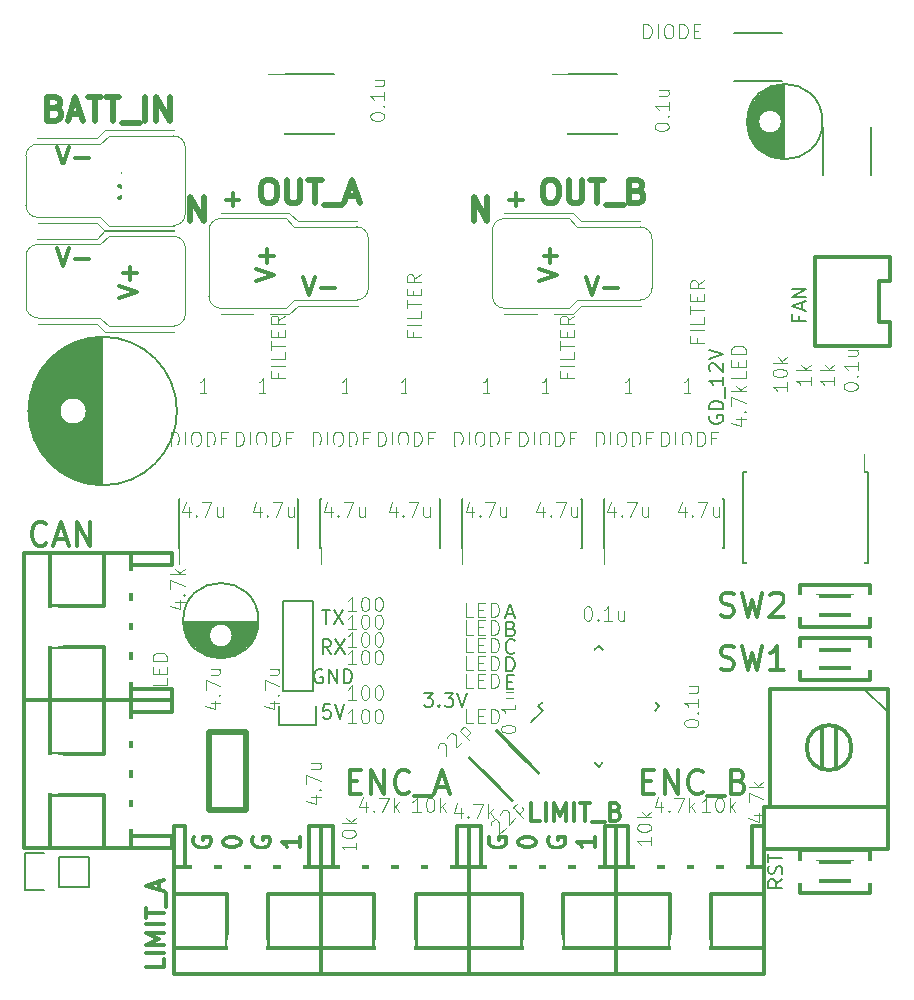
<source format=gbr>
G04 #@! TF.FileFunction,Legend,Top*
%FSLAX46Y46*%
G04 Gerber Fmt 4.6, Leading zero omitted, Abs format (unit mm)*
G04 Created by KiCad (PCBNEW 4.0.6) date 05/02/17 10:19:31*
%MOMM*%
%LPD*%
G01*
G04 APERTURE LIST*
%ADD10C,0.100000*%
%ADD11C,0.300000*%
%ADD12C,0.150000*%
%ADD13C,0.200000*%
%ADD14C,0.500000*%
%ADD15C,0.375000*%
%ADD16C,0.101600*%
%ADD17C,0.304800*%
%ADD18C,1.700000*%
%ADD19R,1.700000X1.700000*%
%ADD20O,1.900000X2.900000*%
%ADD21C,3.400000*%
%ADD22O,2.900000X1.900000*%
%ADD23C,2.100000*%
%ADD24R,2.100000X2.100000*%
%ADD25R,1.000000X1.900000*%
%ADD26R,2.000000X2.200000*%
%ADD27R,2.432000X2.432000*%
%ADD28O,2.432000X2.432000*%
%ADD29R,1.200000X1.400000*%
%ADD30R,1.400000X1.200000*%
%ADD31R,2.200000X2.000000*%
%ADD32R,3.000000X1.900000*%
%ADD33O,1.400000X1.924000*%
%ADD34C,1.924000*%
%ADD35R,3.400000X6.900000*%
%ADD36R,6.851600X3.400000*%
%ADD37R,2.100000X1.600000*%
%ADD38R,2.100000X3.700000*%
%ADD39R,1.950000X1.000000*%
%ADD40R,2.900000X6.900000*%
%ADD41R,2.400000X3.900000*%
%ADD42R,2.432000X2.127200*%
%ADD43O,2.432000X2.127200*%
%ADD44R,3.900000X2.400000*%
%ADD45R,2.800000X5.900000*%
%ADD46R,5.900000X2.800000*%
G04 APERTURE END LIST*
D10*
D11*
X18071428Y-15607143D02*
X16928571Y-15607143D01*
X17500000Y-16178571D02*
X17500000Y-15035714D01*
X42071428Y-15607143D02*
X40928571Y-15607143D01*
X41500000Y-16178571D02*
X41500000Y-15035714D01*
D12*
X71000000Y-57000000D02*
X73000000Y-59000000D01*
D13*
X64042857Y-73157142D02*
X63471429Y-73557142D01*
X64042857Y-73842857D02*
X62842857Y-73842857D01*
X62842857Y-73385714D01*
X62900000Y-73271428D01*
X62957143Y-73214285D01*
X63071429Y-73157142D01*
X63242857Y-73157142D01*
X63357143Y-73214285D01*
X63414286Y-73271428D01*
X63471429Y-73385714D01*
X63471429Y-73842857D01*
X63985714Y-72700000D02*
X64042857Y-72528571D01*
X64042857Y-72242857D01*
X63985714Y-72128571D01*
X63928571Y-72071428D01*
X63814286Y-72014285D01*
X63700000Y-72014285D01*
X63585714Y-72071428D01*
X63528571Y-72128571D01*
X63471429Y-72242857D01*
X63414286Y-72471428D01*
X63357143Y-72585714D01*
X63300000Y-72642857D01*
X63185714Y-72700000D01*
X63071429Y-72700000D01*
X62957143Y-72642857D01*
X62900000Y-72585714D01*
X62842857Y-72471428D01*
X62842857Y-72185714D01*
X62900000Y-72014285D01*
X62842857Y-71671428D02*
X62842857Y-70985714D01*
X64042857Y-71328571D02*
X62842857Y-71328571D01*
D14*
X37928571Y-17404762D02*
X37928571Y-15404762D01*
X39071429Y-17404762D01*
X39071429Y-15404762D01*
X13928571Y-17404762D02*
X13928571Y-15404762D01*
X15071429Y-17404762D01*
X15071429Y-15404762D01*
X2476190Y-7857143D02*
X2761904Y-7952381D01*
X2857143Y-8047619D01*
X2952381Y-8238095D01*
X2952381Y-8523810D01*
X2857143Y-8714286D01*
X2761904Y-8809524D01*
X2571428Y-8904762D01*
X1809523Y-8904762D01*
X1809523Y-6904762D01*
X2476190Y-6904762D01*
X2666666Y-7000000D01*
X2761904Y-7095238D01*
X2857143Y-7285714D01*
X2857143Y-7476190D01*
X2761904Y-7666667D01*
X2666666Y-7761905D01*
X2476190Y-7857143D01*
X1809523Y-7857143D01*
X3714285Y-8333333D02*
X4666666Y-8333333D01*
X3523809Y-8904762D02*
X4190476Y-6904762D01*
X4857143Y-8904762D01*
X5238095Y-6904762D02*
X6380952Y-6904762D01*
X5809524Y-8904762D02*
X5809524Y-6904762D01*
X6761905Y-6904762D02*
X7904762Y-6904762D01*
X7333334Y-8904762D02*
X7333334Y-6904762D01*
X8095239Y-9095238D02*
X9619049Y-9095238D01*
X10095239Y-8904762D02*
X10095239Y-6904762D01*
X11047620Y-8904762D02*
X11047620Y-6904762D01*
X12190478Y-8904762D01*
X12190478Y-6904762D01*
X44238095Y-13904762D02*
X44619047Y-13904762D01*
X44809523Y-14000000D01*
X45000000Y-14190476D01*
X45095238Y-14571429D01*
X45095238Y-15238095D01*
X45000000Y-15619048D01*
X44809523Y-15809524D01*
X44619047Y-15904762D01*
X44238095Y-15904762D01*
X44047619Y-15809524D01*
X43857142Y-15619048D01*
X43761904Y-15238095D01*
X43761904Y-14571429D01*
X43857142Y-14190476D01*
X44047619Y-14000000D01*
X44238095Y-13904762D01*
X45952380Y-13904762D02*
X45952380Y-15523810D01*
X46047619Y-15714286D01*
X46142857Y-15809524D01*
X46333333Y-15904762D01*
X46714285Y-15904762D01*
X46904761Y-15809524D01*
X47000000Y-15714286D01*
X47095238Y-15523810D01*
X47095238Y-13904762D01*
X47761904Y-13904762D02*
X48904761Y-13904762D01*
X48333333Y-15904762D02*
X48333333Y-13904762D01*
X49095238Y-16095238D02*
X50619048Y-16095238D01*
X51761905Y-14857143D02*
X52047619Y-14952381D01*
X52142858Y-15047619D01*
X52238096Y-15238095D01*
X52238096Y-15523810D01*
X52142858Y-15714286D01*
X52047619Y-15809524D01*
X51857143Y-15904762D01*
X51095238Y-15904762D01*
X51095238Y-13904762D01*
X51761905Y-13904762D01*
X51952381Y-14000000D01*
X52047619Y-14095238D01*
X52142858Y-14285714D01*
X52142858Y-14476190D01*
X52047619Y-14666667D01*
X51952381Y-14761905D01*
X51761905Y-14857143D01*
X51095238Y-14857143D01*
X20380952Y-13904762D02*
X20761904Y-13904762D01*
X20952380Y-14000000D01*
X21142857Y-14190476D01*
X21238095Y-14571429D01*
X21238095Y-15238095D01*
X21142857Y-15619048D01*
X20952380Y-15809524D01*
X20761904Y-15904762D01*
X20380952Y-15904762D01*
X20190476Y-15809524D01*
X19999999Y-15619048D01*
X19904761Y-15238095D01*
X19904761Y-14571429D01*
X19999999Y-14190476D01*
X20190476Y-14000000D01*
X20380952Y-13904762D01*
X22095237Y-13904762D02*
X22095237Y-15523810D01*
X22190476Y-15714286D01*
X22285714Y-15809524D01*
X22476190Y-15904762D01*
X22857142Y-15904762D01*
X23047618Y-15809524D01*
X23142857Y-15714286D01*
X23238095Y-15523810D01*
X23238095Y-13904762D01*
X23904761Y-13904762D02*
X25047618Y-13904762D01*
X24476190Y-15904762D02*
X24476190Y-13904762D01*
X25238095Y-16095238D02*
X26761905Y-16095238D01*
X27142857Y-15333333D02*
X28095238Y-15333333D01*
X26952381Y-15904762D02*
X27619048Y-13904762D01*
X28285715Y-15904762D01*
D13*
X57900000Y-33899999D02*
X57842857Y-34014285D01*
X57842857Y-34185714D01*
X57900000Y-34357142D01*
X58014286Y-34471428D01*
X58128571Y-34528571D01*
X58357143Y-34585714D01*
X58528571Y-34585714D01*
X58757143Y-34528571D01*
X58871429Y-34471428D01*
X58985714Y-34357142D01*
X59042857Y-34185714D01*
X59042857Y-34071428D01*
X58985714Y-33899999D01*
X58928571Y-33842856D01*
X58528571Y-33842856D01*
X58528571Y-34071428D01*
X59042857Y-33328571D02*
X57842857Y-33328571D01*
X57842857Y-33042856D01*
X57900000Y-32871428D01*
X58014286Y-32757142D01*
X58128571Y-32699999D01*
X58357143Y-32642856D01*
X58528571Y-32642856D01*
X58757143Y-32699999D01*
X58871429Y-32757142D01*
X58985714Y-32871428D01*
X59042857Y-33042856D01*
X59042857Y-33328571D01*
X59157143Y-32414285D02*
X59157143Y-31499999D01*
X59042857Y-30585713D02*
X59042857Y-31271428D01*
X59042857Y-30928570D02*
X57842857Y-30928570D01*
X58014286Y-31042856D01*
X58128571Y-31157142D01*
X58185714Y-31271428D01*
X57957143Y-30128571D02*
X57900000Y-30071428D01*
X57842857Y-29957142D01*
X57842857Y-29671428D01*
X57900000Y-29557142D01*
X57957143Y-29499999D01*
X58071429Y-29442856D01*
X58185714Y-29442856D01*
X58357143Y-29499999D01*
X59042857Y-30185713D01*
X59042857Y-29442856D01*
X57842857Y-29099999D02*
X59042857Y-28699999D01*
X57842857Y-28299999D01*
X65414286Y-25471428D02*
X65414286Y-25871428D01*
X66042857Y-25871428D02*
X64842857Y-25871428D01*
X64842857Y-25299999D01*
X65700000Y-24900000D02*
X65700000Y-24328571D01*
X66042857Y-25014285D02*
X64842857Y-24614285D01*
X66042857Y-24214285D01*
X66042857Y-23814286D02*
X64842857Y-23814286D01*
X66042857Y-23128571D01*
X64842857Y-23128571D01*
X25771429Y-58342857D02*
X25200000Y-58342857D01*
X25142857Y-58914286D01*
X25200000Y-58857143D01*
X25314286Y-58800000D01*
X25600000Y-58800000D01*
X25714286Y-58857143D01*
X25771429Y-58914286D01*
X25828572Y-59028571D01*
X25828572Y-59314286D01*
X25771429Y-59428571D01*
X25714286Y-59485714D01*
X25600000Y-59542857D01*
X25314286Y-59542857D01*
X25200000Y-59485714D01*
X25142857Y-59428571D01*
X26171429Y-58342857D02*
X26571429Y-59542857D01*
X26971429Y-58342857D01*
X25085715Y-55400000D02*
X24971429Y-55342857D01*
X24800000Y-55342857D01*
X24628572Y-55400000D01*
X24514286Y-55514286D01*
X24457143Y-55628571D01*
X24400000Y-55857143D01*
X24400000Y-56028571D01*
X24457143Y-56257143D01*
X24514286Y-56371429D01*
X24628572Y-56485714D01*
X24800000Y-56542857D01*
X24914286Y-56542857D01*
X25085715Y-56485714D01*
X25142858Y-56428571D01*
X25142858Y-56028571D01*
X24914286Y-56028571D01*
X25657143Y-56542857D02*
X25657143Y-55342857D01*
X26342858Y-56542857D01*
X26342858Y-55342857D01*
X26914286Y-56542857D02*
X26914286Y-55342857D01*
X27200001Y-55342857D01*
X27371429Y-55400000D01*
X27485715Y-55514286D01*
X27542858Y-55628571D01*
X27600001Y-55857143D01*
X27600001Y-56028571D01*
X27542858Y-56257143D01*
X27485715Y-56371429D01*
X27371429Y-56485714D01*
X27200001Y-56542857D01*
X26914286Y-56542857D01*
X25800001Y-54042857D02*
X25400001Y-53471429D01*
X25114286Y-54042857D02*
X25114286Y-52842857D01*
X25571429Y-52842857D01*
X25685715Y-52900000D01*
X25742858Y-52957143D01*
X25800001Y-53071429D01*
X25800001Y-53242857D01*
X25742858Y-53357143D01*
X25685715Y-53414286D01*
X25571429Y-53471429D01*
X25114286Y-53471429D01*
X26200001Y-52842857D02*
X27000001Y-54042857D01*
X27000001Y-52842857D02*
X26200001Y-54042857D01*
X25085715Y-50342857D02*
X25771429Y-50342857D01*
X25428572Y-51542857D02*
X25428572Y-50342857D01*
X26057144Y-50342857D02*
X26857144Y-51542857D01*
X26857144Y-50342857D02*
X26057144Y-51542857D01*
X33728572Y-57342857D02*
X34471429Y-57342857D01*
X34071429Y-57800000D01*
X34242857Y-57800000D01*
X34357143Y-57857143D01*
X34414286Y-57914286D01*
X34471429Y-58028571D01*
X34471429Y-58314286D01*
X34414286Y-58428571D01*
X34357143Y-58485714D01*
X34242857Y-58542857D01*
X33900000Y-58542857D01*
X33785714Y-58485714D01*
X33728572Y-58428571D01*
X34985714Y-58428571D02*
X35042857Y-58485714D01*
X34985714Y-58542857D01*
X34928571Y-58485714D01*
X34985714Y-58428571D01*
X34985714Y-58542857D01*
X35442858Y-57342857D02*
X36185715Y-57342857D01*
X35785715Y-57800000D01*
X35957143Y-57800000D01*
X36071429Y-57857143D01*
X36128572Y-57914286D01*
X36185715Y-58028571D01*
X36185715Y-58314286D01*
X36128572Y-58428571D01*
X36071429Y-58485714D01*
X35957143Y-58542857D01*
X35614286Y-58542857D01*
X35500000Y-58485714D01*
X35442858Y-58428571D01*
X36528572Y-57342857D02*
X36928572Y-58542857D01*
X37328572Y-57342857D01*
X40742857Y-56414286D02*
X41142857Y-56414286D01*
X41314286Y-57042857D02*
X40742857Y-57042857D01*
X40742857Y-55842857D01*
X41314286Y-55842857D01*
X40685714Y-55542857D02*
X40685714Y-54342857D01*
X40971429Y-54342857D01*
X41142857Y-54400000D01*
X41257143Y-54514286D01*
X41314286Y-54628571D01*
X41371429Y-54857143D01*
X41371429Y-55028571D01*
X41314286Y-55257143D01*
X41257143Y-55371429D01*
X41142857Y-55485714D01*
X40971429Y-55542857D01*
X40685714Y-55542857D01*
X41371429Y-53928571D02*
X41314286Y-53985714D01*
X41142857Y-54042857D01*
X41028571Y-54042857D01*
X40857143Y-53985714D01*
X40742857Y-53871429D01*
X40685714Y-53757143D01*
X40628571Y-53528571D01*
X40628571Y-53357143D01*
X40685714Y-53128571D01*
X40742857Y-53014286D01*
X40857143Y-52900000D01*
X41028571Y-52842857D01*
X41142857Y-52842857D01*
X41314286Y-52900000D01*
X41371429Y-52957143D01*
X41085714Y-51914286D02*
X41257143Y-51971429D01*
X41314286Y-52028571D01*
X41371429Y-52142857D01*
X41371429Y-52314286D01*
X41314286Y-52428571D01*
X41257143Y-52485714D01*
X41142857Y-52542857D01*
X40685714Y-52542857D01*
X40685714Y-51342857D01*
X41085714Y-51342857D01*
X41200000Y-51400000D01*
X41257143Y-51457143D01*
X41314286Y-51571429D01*
X41314286Y-51685714D01*
X41257143Y-51800000D01*
X41200000Y-51857143D01*
X41085714Y-51914286D01*
X40685714Y-51914286D01*
X40714286Y-50700000D02*
X41285715Y-50700000D01*
X40600001Y-51042857D02*
X41000001Y-49842857D01*
X41400001Y-51042857D01*
D15*
X58833333Y-50809524D02*
X59119048Y-50904762D01*
X59595238Y-50904762D01*
X59785714Y-50809524D01*
X59880952Y-50714286D01*
X59976191Y-50523810D01*
X59976191Y-50333333D01*
X59880952Y-50142857D01*
X59785714Y-50047619D01*
X59595238Y-49952381D01*
X59214286Y-49857143D01*
X59023810Y-49761905D01*
X58928571Y-49666667D01*
X58833333Y-49476190D01*
X58833333Y-49285714D01*
X58928571Y-49095238D01*
X59023810Y-49000000D01*
X59214286Y-48904762D01*
X59690476Y-48904762D01*
X59976191Y-49000000D01*
X60642857Y-48904762D02*
X61119048Y-50904762D01*
X61500000Y-49476190D01*
X61880953Y-50904762D01*
X62357143Y-48904762D01*
X63023809Y-49095238D02*
X63119047Y-49000000D01*
X63309524Y-48904762D01*
X63785714Y-48904762D01*
X63976190Y-49000000D01*
X64071428Y-49095238D01*
X64166667Y-49285714D01*
X64166667Y-49476190D01*
X64071428Y-49761905D01*
X62928571Y-50904762D01*
X64166667Y-50904762D01*
X58833333Y-55309524D02*
X59119048Y-55404762D01*
X59595238Y-55404762D01*
X59785714Y-55309524D01*
X59880952Y-55214286D01*
X59976191Y-55023810D01*
X59976191Y-54833333D01*
X59880952Y-54642857D01*
X59785714Y-54547619D01*
X59595238Y-54452381D01*
X59214286Y-54357143D01*
X59023810Y-54261905D01*
X58928571Y-54166667D01*
X58833333Y-53976190D01*
X58833333Y-53785714D01*
X58928571Y-53595238D01*
X59023810Y-53500000D01*
X59214286Y-53404762D01*
X59690476Y-53404762D01*
X59976191Y-53500000D01*
X60642857Y-53404762D02*
X61119048Y-55404762D01*
X61500000Y-53976190D01*
X61880953Y-55404762D01*
X62357143Y-53404762D01*
X64166667Y-55404762D02*
X63023809Y-55404762D01*
X63595238Y-55404762D02*
X63595238Y-53404762D01*
X63404762Y-53690476D01*
X63214286Y-53880952D01*
X63023809Y-53976190D01*
X1714286Y-44714286D02*
X1619048Y-44809524D01*
X1333333Y-44904762D01*
X1142857Y-44904762D01*
X857143Y-44809524D01*
X666667Y-44619048D01*
X571428Y-44428571D01*
X476190Y-44047619D01*
X476190Y-43761905D01*
X571428Y-43380952D01*
X666667Y-43190476D01*
X857143Y-43000000D01*
X1142857Y-42904762D01*
X1333333Y-42904762D01*
X1619048Y-43000000D01*
X1714286Y-43095238D01*
X2476190Y-44333333D02*
X3428571Y-44333333D01*
X2285714Y-44904762D02*
X2952381Y-42904762D01*
X3619048Y-44904762D01*
X4285714Y-44904762D02*
X4285714Y-42904762D01*
X5428572Y-44904762D01*
X5428572Y-42904762D01*
X14250000Y-69607143D02*
X14178571Y-69750000D01*
X14178571Y-69964286D01*
X14250000Y-70178571D01*
X14392857Y-70321429D01*
X14535714Y-70392857D01*
X14821429Y-70464286D01*
X15035714Y-70464286D01*
X15321429Y-70392857D01*
X15464286Y-70321429D01*
X15607143Y-70178571D01*
X15678571Y-69964286D01*
X15678571Y-69821429D01*
X15607143Y-69607143D01*
X15535714Y-69535714D01*
X15035714Y-69535714D01*
X15035714Y-69821429D01*
X19250000Y-69607143D02*
X19178571Y-69750000D01*
X19178571Y-69964286D01*
X19250000Y-70178571D01*
X19392857Y-70321429D01*
X19535714Y-70392857D01*
X19821429Y-70464286D01*
X20035714Y-70464286D01*
X20321429Y-70392857D01*
X20464286Y-70321429D01*
X20607143Y-70178571D01*
X20678571Y-69964286D01*
X20678571Y-69821429D01*
X20607143Y-69607143D01*
X20535714Y-69535714D01*
X20035714Y-69535714D01*
X20035714Y-69821429D01*
X39250000Y-69607143D02*
X39178571Y-69750000D01*
X39178571Y-69964286D01*
X39250000Y-70178571D01*
X39392857Y-70321429D01*
X39535714Y-70392857D01*
X39821429Y-70464286D01*
X40035714Y-70464286D01*
X40321429Y-70392857D01*
X40464286Y-70321429D01*
X40607143Y-70178571D01*
X40678571Y-69964286D01*
X40678571Y-69821429D01*
X40607143Y-69607143D01*
X40535714Y-69535714D01*
X40035714Y-69535714D01*
X40035714Y-69821429D01*
X44250000Y-69607143D02*
X44178571Y-69750000D01*
X44178571Y-69964286D01*
X44250000Y-70178571D01*
X44392857Y-70321429D01*
X44535714Y-70392857D01*
X44821429Y-70464286D01*
X45035714Y-70464286D01*
X45321429Y-70392857D01*
X45464286Y-70321429D01*
X45607143Y-70178571D01*
X45678571Y-69964286D01*
X45678571Y-69821429D01*
X45607143Y-69607143D01*
X45535714Y-69535714D01*
X45035714Y-69535714D01*
X45035714Y-69821429D01*
X48178571Y-69571428D02*
X48178571Y-70428571D01*
X48178571Y-69999999D02*
X46678571Y-69999999D01*
X46892857Y-70142856D01*
X47035714Y-70285714D01*
X47107143Y-70428571D01*
X41678571Y-70071428D02*
X41678571Y-69928571D01*
X41750000Y-69785714D01*
X41821429Y-69714285D01*
X41964286Y-69642856D01*
X42250000Y-69571428D01*
X42607143Y-69571428D01*
X42892857Y-69642856D01*
X43035714Y-69714285D01*
X43107143Y-69785714D01*
X43178571Y-69928571D01*
X43178571Y-70071428D01*
X43107143Y-70214285D01*
X43035714Y-70285714D01*
X42892857Y-70357142D01*
X42607143Y-70428571D01*
X42250000Y-70428571D01*
X41964286Y-70357142D01*
X41821429Y-70285714D01*
X41750000Y-70214285D01*
X41678571Y-70071428D01*
X16678571Y-70071428D02*
X16678571Y-69928571D01*
X16750000Y-69785714D01*
X16821429Y-69714285D01*
X16964286Y-69642856D01*
X17250000Y-69571428D01*
X17607143Y-69571428D01*
X17892857Y-69642856D01*
X18035714Y-69714285D01*
X18107143Y-69785714D01*
X18178571Y-69928571D01*
X18178571Y-70071428D01*
X18107143Y-70214285D01*
X18035714Y-70285714D01*
X17892857Y-70357142D01*
X17607143Y-70428571D01*
X17250000Y-70428571D01*
X16964286Y-70357142D01*
X16821429Y-70285714D01*
X16750000Y-70214285D01*
X16678571Y-70071428D01*
X23178571Y-69571428D02*
X23178571Y-70428571D01*
X23178571Y-69999999D02*
X21678571Y-69999999D01*
X21892857Y-70142856D01*
X22035714Y-70285714D01*
X22107143Y-70428571D01*
X43500000Y-68178571D02*
X42785714Y-68178571D01*
X42785714Y-66678571D01*
X44000000Y-68178571D02*
X44000000Y-66678571D01*
X44714286Y-68178571D02*
X44714286Y-66678571D01*
X45214286Y-67750000D01*
X45714286Y-66678571D01*
X45714286Y-68178571D01*
X46428572Y-68178571D02*
X46428572Y-66678571D01*
X46928572Y-66678571D02*
X47785715Y-66678571D01*
X47357144Y-68178571D02*
X47357144Y-66678571D01*
X47928572Y-68321429D02*
X49071429Y-68321429D01*
X49928572Y-67392857D02*
X50142858Y-67464286D01*
X50214286Y-67535714D01*
X50285715Y-67678571D01*
X50285715Y-67892857D01*
X50214286Y-68035714D01*
X50142858Y-68107143D01*
X50000000Y-68178571D01*
X49428572Y-68178571D01*
X49428572Y-66678571D01*
X49928572Y-66678571D01*
X50071429Y-66750000D01*
X50142858Y-66821429D01*
X50214286Y-66964286D01*
X50214286Y-67107143D01*
X50142858Y-67250000D01*
X50071429Y-67321429D01*
X49928572Y-67392857D01*
X49428572Y-67392857D01*
X11678571Y-79892857D02*
X11678571Y-80607143D01*
X10178571Y-80607143D01*
X11678571Y-79392857D02*
X10178571Y-79392857D01*
X11678571Y-78678571D02*
X10178571Y-78678571D01*
X11250000Y-78178571D01*
X10178571Y-77678571D01*
X11678571Y-77678571D01*
X11678571Y-76964285D02*
X10178571Y-76964285D01*
X10178571Y-76464285D02*
X10178571Y-75607142D01*
X11678571Y-76035713D02*
X10178571Y-76035713D01*
X11821429Y-75464285D02*
X11821429Y-74321428D01*
X11250000Y-74035714D02*
X11250000Y-73321428D01*
X11678571Y-74178571D02*
X10178571Y-73678571D01*
X11678571Y-73178571D01*
X52261904Y-64857143D02*
X52928571Y-64857143D01*
X53214285Y-65904762D02*
X52261904Y-65904762D01*
X52261904Y-63904762D01*
X53214285Y-63904762D01*
X54071428Y-65904762D02*
X54071428Y-63904762D01*
X55214286Y-65904762D01*
X55214286Y-63904762D01*
X57309524Y-65714286D02*
X57214286Y-65809524D01*
X56928571Y-65904762D01*
X56738095Y-65904762D01*
X56452381Y-65809524D01*
X56261905Y-65619048D01*
X56166666Y-65428571D01*
X56071428Y-65047619D01*
X56071428Y-64761905D01*
X56166666Y-64380952D01*
X56261905Y-64190476D01*
X56452381Y-64000000D01*
X56738095Y-63904762D01*
X56928571Y-63904762D01*
X57214286Y-64000000D01*
X57309524Y-64095238D01*
X57690476Y-66095238D02*
X59214286Y-66095238D01*
X60357143Y-64857143D02*
X60642857Y-64952381D01*
X60738096Y-65047619D01*
X60833334Y-65238095D01*
X60833334Y-65523810D01*
X60738096Y-65714286D01*
X60642857Y-65809524D01*
X60452381Y-65904762D01*
X59690476Y-65904762D01*
X59690476Y-63904762D01*
X60357143Y-63904762D01*
X60547619Y-64000000D01*
X60642857Y-64095238D01*
X60738096Y-64285714D01*
X60738096Y-64476190D01*
X60642857Y-64666667D01*
X60547619Y-64761905D01*
X60357143Y-64857143D01*
X59690476Y-64857143D01*
X27404761Y-64857143D02*
X28071428Y-64857143D01*
X28357142Y-65904762D02*
X27404761Y-65904762D01*
X27404761Y-63904762D01*
X28357142Y-63904762D01*
X29214285Y-65904762D02*
X29214285Y-63904762D01*
X30357143Y-65904762D01*
X30357143Y-63904762D01*
X32452381Y-65714286D02*
X32357143Y-65809524D01*
X32071428Y-65904762D01*
X31880952Y-65904762D01*
X31595238Y-65809524D01*
X31404762Y-65619048D01*
X31309523Y-65428571D01*
X31214285Y-65047619D01*
X31214285Y-64761905D01*
X31309523Y-64380952D01*
X31404762Y-64190476D01*
X31595238Y-64000000D01*
X31880952Y-63904762D01*
X32071428Y-63904762D01*
X32357143Y-64000000D01*
X32452381Y-64095238D01*
X32833333Y-66095238D02*
X34357143Y-66095238D01*
X34738095Y-65333333D02*
X35690476Y-65333333D01*
X34547619Y-65904762D02*
X35214286Y-63904762D01*
X35880953Y-65904762D01*
D12*
X64175000Y-12149000D02*
X64175000Y-5851000D01*
X64035000Y-12143000D02*
X64035000Y-5857000D01*
X63895000Y-12130000D02*
X63895000Y-9446000D01*
X63895000Y-8554000D02*
X63895000Y-5870000D01*
X63755000Y-12111000D02*
X63755000Y-9656000D01*
X63755000Y-8344000D02*
X63755000Y-5889000D01*
X63615000Y-12085000D02*
X63615000Y-9789000D01*
X63615000Y-8211000D02*
X63615000Y-5915000D01*
X63475000Y-12053000D02*
X63475000Y-9880000D01*
X63475000Y-8120000D02*
X63475000Y-5947000D01*
X63335000Y-12014000D02*
X63335000Y-9942000D01*
X63335000Y-8058000D02*
X63335000Y-5986000D01*
X63195000Y-11968000D02*
X63195000Y-9981000D01*
X63195000Y-8019000D02*
X63195000Y-6032000D01*
X63055000Y-11915000D02*
X63055000Y-9998000D01*
X63055000Y-8002000D02*
X63055000Y-6085000D01*
X62915000Y-11853000D02*
X62915000Y-9996000D01*
X62915000Y-8004000D02*
X62915000Y-6147000D01*
X62775000Y-11783000D02*
X62775000Y-9974000D01*
X62775000Y-8026000D02*
X62775000Y-6217000D01*
X62635000Y-11704000D02*
X62635000Y-9931000D01*
X62635000Y-8069000D02*
X62635000Y-6296000D01*
X62495000Y-11616000D02*
X62495000Y-9863000D01*
X62495000Y-8137000D02*
X62495000Y-6384000D01*
X62355000Y-11516000D02*
X62355000Y-9764000D01*
X62355000Y-8236000D02*
X62355000Y-6484000D01*
X62215000Y-11404000D02*
X62215000Y-9619000D01*
X62215000Y-8381000D02*
X62215000Y-6596000D01*
X62075000Y-11279000D02*
X62075000Y-9380000D01*
X62075000Y-8620000D02*
X62075000Y-6721000D01*
X61935000Y-11136000D02*
X61935000Y-6864000D01*
X61795000Y-10974000D02*
X61795000Y-7026000D01*
X61655000Y-10786000D02*
X61655000Y-7214000D01*
X61515000Y-10563000D02*
X61515000Y-7437000D01*
X61375000Y-10287000D02*
X61375000Y-7713000D01*
X61235000Y-9912000D02*
X61235000Y-8088000D01*
X64000000Y-9000000D02*
G75*
G03X64000000Y-9000000I-1000000J0D01*
G01*
X67437500Y-9000000D02*
G75*
G03X67437500Y-9000000I-3187500J0D01*
G01*
D11*
X62500000Y-81200000D02*
X50000000Y-81200000D01*
X62500000Y-68600000D02*
X62500000Y-81200000D01*
X61500000Y-72100000D02*
X61500000Y-68600000D01*
X61500000Y-68600000D02*
X62500000Y-68600000D01*
X50000000Y-72100000D02*
X62500000Y-72100000D01*
X58000000Y-74400000D02*
X58000000Y-79000000D01*
X58000000Y-74400000D02*
X62500000Y-74400000D01*
X54500000Y-79000000D02*
X54500000Y-74400000D01*
X54500000Y-74400000D02*
X50000000Y-74400000D01*
X50000000Y-79000000D02*
X62500000Y-79000000D01*
X50000000Y-68600000D02*
X50000000Y-81200000D01*
X50000000Y-68600000D02*
X51000000Y-68600000D01*
X51000000Y-68600000D02*
X51000000Y-72100000D01*
X25000000Y-81200000D02*
X12500000Y-81200000D01*
X25000000Y-68600000D02*
X25000000Y-81200000D01*
X24000000Y-72100000D02*
X24000000Y-68600000D01*
X24000000Y-68600000D02*
X25000000Y-68600000D01*
X12500000Y-72100000D02*
X25000000Y-72100000D01*
X20500000Y-74400000D02*
X20500000Y-79000000D01*
X20500000Y-74400000D02*
X25000000Y-74400000D01*
X17000000Y-79000000D02*
X17000000Y-74400000D01*
X17000000Y-74400000D02*
X12500000Y-74400000D01*
X12500000Y-79000000D02*
X25000000Y-79000000D01*
X12500000Y-68600000D02*
X12500000Y-81200000D01*
X12500000Y-68600000D02*
X13500000Y-68600000D01*
X13500000Y-68600000D02*
X13500000Y-72100000D01*
X-200000Y-70500000D02*
X-200000Y-58000000D01*
X12400000Y-70500000D02*
X-200000Y-70500000D01*
X8900000Y-69500000D02*
X12400000Y-69500000D01*
X12400000Y-69500000D02*
X12400000Y-70500000D01*
X8900000Y-58000000D02*
X8900000Y-70500000D01*
X6600000Y-66000000D02*
X2000000Y-66000000D01*
X6600000Y-66000000D02*
X6600000Y-70500000D01*
X2000000Y-62500000D02*
X6600000Y-62500000D01*
X6600000Y-62500000D02*
X6600000Y-58000000D01*
X2000000Y-58000000D02*
X2000000Y-70500000D01*
X12400000Y-58000000D02*
X-200000Y-58000000D01*
X12400000Y-58000000D02*
X12400000Y-59000000D01*
X12400000Y-59000000D02*
X8900000Y-59000000D01*
D12*
X6425000Y-39750000D02*
X6425000Y-27250000D01*
X6285000Y-39746000D02*
X6285000Y-27254000D01*
X6145000Y-39740000D02*
X6145000Y-27260000D01*
X6005000Y-39730000D02*
X6005000Y-27270000D01*
X5865000Y-39718000D02*
X5865000Y-27282000D01*
X5725000Y-39702000D02*
X5725000Y-27298000D01*
X5585000Y-39683000D02*
X5585000Y-27317000D01*
X5445000Y-39660000D02*
X5445000Y-27340000D01*
X5305000Y-39635000D02*
X5305000Y-27365000D01*
X5165000Y-39606000D02*
X5165000Y-27394000D01*
X5025000Y-39573000D02*
X5025000Y-34021000D01*
X5025000Y-32979000D02*
X5025000Y-27427000D01*
X4885000Y-39538000D02*
X4885000Y-34234000D01*
X4885000Y-32766000D02*
X4885000Y-27462000D01*
X4745000Y-39499000D02*
X4745000Y-34376000D01*
X4745000Y-32624000D02*
X4745000Y-27501000D01*
X4605000Y-39456000D02*
X4605000Y-34478000D01*
X4605000Y-32522000D02*
X4605000Y-27544000D01*
X4465000Y-39409000D02*
X4465000Y-34552000D01*
X4465000Y-32448000D02*
X4465000Y-27591000D01*
X4325000Y-39359000D02*
X4325000Y-34603000D01*
X4325000Y-32397000D02*
X4325000Y-27641000D01*
X4185000Y-39305000D02*
X4185000Y-34635000D01*
X4185000Y-32365000D02*
X4185000Y-27695000D01*
X4045000Y-39248000D02*
X4045000Y-34649000D01*
X4045000Y-32351000D02*
X4045000Y-27752000D01*
X3905000Y-39186000D02*
X3905000Y-34646000D01*
X3905000Y-32354000D02*
X3905000Y-27814000D01*
X3765000Y-39120000D02*
X3765000Y-34626000D01*
X3765000Y-32374000D02*
X3765000Y-27880000D01*
X3625000Y-39049000D02*
X3625000Y-34587000D01*
X3625000Y-32413000D02*
X3625000Y-27951000D01*
X3485000Y-38975000D02*
X3485000Y-34528000D01*
X3485000Y-32472000D02*
X3485000Y-28025000D01*
X3345000Y-38895000D02*
X3345000Y-34445000D01*
X3345000Y-32555000D02*
X3345000Y-28105000D01*
X3205000Y-38811000D02*
X3205000Y-34331000D01*
X3205000Y-32669000D02*
X3205000Y-28189000D01*
X3065000Y-38721000D02*
X3065000Y-34170000D01*
X3065000Y-32830000D02*
X3065000Y-28279000D01*
X2925000Y-38627000D02*
X2925000Y-33909000D01*
X2925000Y-33091000D02*
X2925000Y-28373000D01*
X2785000Y-38526000D02*
X2785000Y-28474000D01*
X2645000Y-38419000D02*
X2645000Y-28581000D01*
X2505000Y-38307000D02*
X2505000Y-28693000D01*
X2365000Y-38187000D02*
X2365000Y-28813000D01*
X2225000Y-38059000D02*
X2225000Y-28941000D01*
X2085000Y-37924000D02*
X2085000Y-29076000D01*
X1945000Y-37780000D02*
X1945000Y-29220000D01*
X1805000Y-37625000D02*
X1805000Y-29375000D01*
X1665000Y-37460000D02*
X1665000Y-29540000D01*
X1525000Y-37283000D02*
X1525000Y-29717000D01*
X1385000Y-37092000D02*
X1385000Y-29908000D01*
X1245000Y-36883000D02*
X1245000Y-30117000D01*
X1105000Y-36655000D02*
X1105000Y-30345000D01*
X965000Y-36403000D02*
X965000Y-30597000D01*
X825000Y-36119000D02*
X825000Y-30881000D01*
X685000Y-35791000D02*
X685000Y-31209000D01*
X545000Y-35397000D02*
X545000Y-31603000D01*
X405000Y-34883000D02*
X405000Y-32117000D01*
X265000Y-33933000D02*
X265000Y-33067000D01*
X5150000Y-33500000D02*
G75*
G03X5150000Y-33500000I-1150000J0D01*
G01*
X12787500Y-33500000D02*
G75*
G03X12787500Y-33500000I-6287500J0D01*
G01*
X24925000Y-45075000D02*
X25030000Y-45075000D01*
X24925000Y-40925000D02*
X25030000Y-40925000D01*
X35075000Y-40925000D02*
X34970000Y-40925000D01*
X35075000Y-45075000D02*
X34970000Y-45075000D01*
X24925000Y-45075000D02*
X24925000Y-40925000D01*
X35075000Y-45075000D02*
X35075000Y-40925000D01*
X25030000Y-45075000D02*
X25030000Y-46450000D01*
X43373476Y-58500000D02*
X43744707Y-58871231D01*
X48500000Y-53373476D02*
X48871231Y-53744707D01*
X53626524Y-58500000D02*
X53255293Y-58128769D01*
X48500000Y-63626524D02*
X48128769Y-63255293D01*
X43373476Y-58500000D02*
X43744707Y-58128769D01*
X48500000Y-63626524D02*
X48871231Y-63255293D01*
X53626524Y-58500000D02*
X53255293Y-58871231D01*
X48500000Y-53373476D02*
X48128769Y-53744707D01*
X43744707Y-58871231D02*
X42772435Y-59843503D01*
X19649000Y-51325000D02*
X13351000Y-51325000D01*
X19643000Y-51465000D02*
X13357000Y-51465000D01*
X19630000Y-51605000D02*
X16946000Y-51605000D01*
X16054000Y-51605000D02*
X13370000Y-51605000D01*
X19611000Y-51745000D02*
X17156000Y-51745000D01*
X15844000Y-51745000D02*
X13389000Y-51745000D01*
X19585000Y-51885000D02*
X17289000Y-51885000D01*
X15711000Y-51885000D02*
X13415000Y-51885000D01*
X19553000Y-52025000D02*
X17380000Y-52025000D01*
X15620000Y-52025000D02*
X13447000Y-52025000D01*
X19514000Y-52165000D02*
X17442000Y-52165000D01*
X15558000Y-52165000D02*
X13486000Y-52165000D01*
X19468000Y-52305000D02*
X17481000Y-52305000D01*
X15519000Y-52305000D02*
X13532000Y-52305000D01*
X19415000Y-52445000D02*
X17498000Y-52445000D01*
X15502000Y-52445000D02*
X13585000Y-52445000D01*
X19353000Y-52585000D02*
X17496000Y-52585000D01*
X15504000Y-52585000D02*
X13647000Y-52585000D01*
X19283000Y-52725000D02*
X17474000Y-52725000D01*
X15526000Y-52725000D02*
X13717000Y-52725000D01*
X19204000Y-52865000D02*
X17431000Y-52865000D01*
X15569000Y-52865000D02*
X13796000Y-52865000D01*
X19116000Y-53005000D02*
X17363000Y-53005000D01*
X15637000Y-53005000D02*
X13884000Y-53005000D01*
X19016000Y-53145000D02*
X17264000Y-53145000D01*
X15736000Y-53145000D02*
X13984000Y-53145000D01*
X18904000Y-53285000D02*
X17119000Y-53285000D01*
X15881000Y-53285000D02*
X14096000Y-53285000D01*
X18779000Y-53425000D02*
X16880000Y-53425000D01*
X16120000Y-53425000D02*
X14221000Y-53425000D01*
X18636000Y-53565000D02*
X14364000Y-53565000D01*
X18474000Y-53705000D02*
X14526000Y-53705000D01*
X18286000Y-53845000D02*
X14714000Y-53845000D01*
X18063000Y-53985000D02*
X14937000Y-53985000D01*
X17787000Y-54125000D02*
X15213000Y-54125000D01*
X17412000Y-54265000D02*
X15588000Y-54265000D01*
X17500000Y-52500000D02*
G75*
G03X17500000Y-52500000I-1000000J0D01*
G01*
X19687500Y-51250000D02*
G75*
G03X19687500Y-51250000I-3187500J0D01*
G01*
X2770000Y-71230000D02*
X5310000Y-71230000D01*
X-50000Y-70950000D02*
X1500000Y-70950000D01*
X2770000Y-71230000D02*
X2770000Y-73770000D01*
X1500000Y-74050000D02*
X-50000Y-74050000D01*
X-50000Y-74050000D02*
X-50000Y-70950000D01*
X2770000Y-73770000D02*
X5310000Y-73770000D01*
X5310000Y-73770000D02*
X5310000Y-71230000D01*
X12925000Y-45075000D02*
X13030000Y-45075000D01*
X12925000Y-40925000D02*
X13030000Y-40925000D01*
X23075000Y-40925000D02*
X22970000Y-40925000D01*
X23075000Y-45075000D02*
X22970000Y-45075000D01*
X12925000Y-45075000D02*
X12925000Y-40925000D01*
X23075000Y-45075000D02*
X23075000Y-40925000D01*
X13030000Y-45075000D02*
X13030000Y-46450000D01*
X48925000Y-45075000D02*
X49030000Y-45075000D01*
X48925000Y-40925000D02*
X49030000Y-40925000D01*
X59075000Y-40925000D02*
X58970000Y-40925000D01*
X59075000Y-45075000D02*
X58970000Y-45075000D01*
X48925000Y-45075000D02*
X48925000Y-40925000D01*
X59075000Y-45075000D02*
X59075000Y-40925000D01*
X49030000Y-45075000D02*
X49030000Y-46450000D01*
X36925000Y-45075000D02*
X37030000Y-45075000D01*
X36925000Y-40925000D02*
X37030000Y-40925000D01*
X47075000Y-40925000D02*
X46970000Y-40925000D01*
X47075000Y-45075000D02*
X46970000Y-45075000D01*
X36925000Y-45075000D02*
X36925000Y-40925000D01*
X47075000Y-45075000D02*
X47075000Y-40925000D01*
X37030000Y-45075000D02*
X37030000Y-46450000D01*
D11*
X70000000Y-71700000D02*
X67000000Y-71700000D01*
X67000000Y-71700000D02*
X67000000Y-73300000D01*
X67000000Y-73300000D02*
X70000000Y-73300000D01*
X70000000Y-73300000D02*
X70000000Y-71700000D01*
X71500000Y-70700000D02*
X65500000Y-70700000D01*
X65500000Y-70700000D02*
X65500000Y-74300000D01*
X65500000Y-74300000D02*
X71500000Y-74300000D01*
X71500000Y-74300000D02*
X71500000Y-70700000D01*
X70000000Y-53700000D02*
X67000000Y-53700000D01*
X67000000Y-53700000D02*
X67000000Y-55300000D01*
X67000000Y-55300000D02*
X70000000Y-55300000D01*
X70000000Y-55300000D02*
X70000000Y-53700000D01*
X71500000Y-52700000D02*
X65500000Y-52700000D01*
X65500000Y-52700000D02*
X65500000Y-56300000D01*
X65500000Y-56300000D02*
X71500000Y-56300000D01*
X71500000Y-56300000D02*
X71500000Y-52700000D01*
X70000000Y-49200000D02*
X67000000Y-49200000D01*
X67000000Y-49200000D02*
X67000000Y-50800000D01*
X67000000Y-50800000D02*
X70000000Y-50800000D01*
X70000000Y-50800000D02*
X70000000Y-49200000D01*
X71500000Y-48200000D02*
X65500000Y-48200000D01*
X65500000Y-48200000D02*
X65500000Y-51800000D01*
X65500000Y-51800000D02*
X71500000Y-51800000D01*
X71500000Y-51800000D02*
X71500000Y-48200000D01*
X73000000Y-70550000D02*
X62500000Y-70550000D01*
X62500000Y-70550000D02*
X62500000Y-67050000D01*
X62500000Y-67050000D02*
X73000000Y-67050000D01*
X73000000Y-67050000D02*
X73000000Y-70550000D01*
X69900000Y-62000000D02*
G75*
G03X69900000Y-62000000I-1900000J0D01*
G01*
X68600000Y-63800000D02*
X68600000Y-60300000D01*
X67400000Y-63800000D02*
X67400000Y-60200000D01*
X63000000Y-67000000D02*
X63000000Y-57000000D01*
X63000000Y-57000000D02*
X73000000Y-57000000D01*
X73000000Y-57000000D02*
X73000000Y-67000000D01*
X73000000Y-67000000D02*
X63000000Y-67000000D01*
X37600862Y-62863604D02*
X41136396Y-66399138D01*
X39863604Y-60600862D02*
X43399138Y-64136396D01*
X-200000Y-58000000D02*
X-200000Y-45500000D01*
X12400000Y-58000000D02*
X-200000Y-58000000D01*
X8900000Y-57000000D02*
X12400000Y-57000000D01*
X12400000Y-57000000D02*
X12400000Y-58000000D01*
X8900000Y-45500000D02*
X8900000Y-58000000D01*
X6600000Y-53500000D02*
X2000000Y-53500000D01*
X6600000Y-53500000D02*
X6600000Y-58000000D01*
X2000000Y-50000000D02*
X6600000Y-50000000D01*
X6600000Y-50000000D02*
X6600000Y-45500000D01*
X2000000Y-45500000D02*
X2000000Y-58000000D01*
X12400000Y-45500000D02*
X-200000Y-45500000D01*
X12400000Y-45500000D02*
X12400000Y-46500000D01*
X12400000Y-46500000D02*
X8900000Y-46500000D01*
D10*
X12500000Y-18300000D02*
X6700000Y-18300000D01*
X1000000Y-17600000D02*
X6000000Y-17600000D01*
X900000Y-10400000D02*
X6000000Y-10400000D01*
X12500000Y-9700000D02*
X6700000Y-9700000D01*
X12500000Y-10200000D02*
X7000000Y-10200000D01*
X13500000Y-16800000D02*
X13500000Y-11200000D01*
X7000000Y-17800000D02*
X12500000Y-17800000D01*
X1000000Y-17100000D02*
X6300000Y-17100000D01*
X1000000Y-10900000D02*
X6300000Y-10900000D01*
X0Y-16100000D02*
X0Y-11900000D01*
X0Y-16100000D02*
G75*
G03X1000000Y-17100000I1000000J0D01*
G01*
X1000000Y-10900000D02*
G75*
G03X0Y-11900000I0J-1000000D01*
G01*
X12500000Y-17800000D02*
G75*
G03X13500000Y-16800000I0J1000000D01*
G01*
X13500000Y-11200000D02*
G75*
G03X12500000Y-10200000I-1000000J0D01*
G01*
X6700000Y-9700000D02*
X6000000Y-10400000D01*
X6700000Y-18300000D02*
X6000000Y-17600000D01*
X7000000Y-17800000D02*
X6300000Y-17100000D01*
X7000000Y-10200000D02*
X6300000Y-10900000D01*
D14*
X15500000Y-60700000D02*
X18600000Y-60700000D01*
X15500000Y-67300000D02*
X18600000Y-67300000D01*
X18600000Y-67300000D02*
X18600000Y-60700000D01*
X15500000Y-67300000D02*
X15500000Y-60700000D01*
D11*
X37500000Y-81200000D02*
X25000000Y-81200000D01*
X37500000Y-68600000D02*
X37500000Y-81200000D01*
X36500000Y-72100000D02*
X36500000Y-68600000D01*
X36500000Y-68600000D02*
X37500000Y-68600000D01*
X25000000Y-72100000D02*
X37500000Y-72100000D01*
X33000000Y-74400000D02*
X33000000Y-79000000D01*
X33000000Y-74400000D02*
X37500000Y-74400000D01*
X29500000Y-79000000D02*
X29500000Y-74400000D01*
X29500000Y-74400000D02*
X25000000Y-74400000D01*
X25000000Y-79000000D02*
X37500000Y-79000000D01*
X25000000Y-68600000D02*
X25000000Y-81200000D01*
X25000000Y-68600000D02*
X26000000Y-68600000D01*
X26000000Y-68600000D02*
X26000000Y-72100000D01*
D12*
X71325000Y-38625000D02*
X70970000Y-38625000D01*
X71325000Y-46375000D02*
X70970000Y-46375000D01*
X60675000Y-46375000D02*
X61030000Y-46375000D01*
X60675000Y-38625000D02*
X61030000Y-38625000D01*
X71325000Y-38625000D02*
X71325000Y-46375000D01*
X60675000Y-38625000D02*
X60675000Y-46375000D01*
X70970000Y-38625000D02*
X70970000Y-37100000D01*
X45925000Y-4925000D02*
X45925000Y-5070000D01*
X50075000Y-4925000D02*
X50075000Y-5070000D01*
X50075000Y-10075000D02*
X50075000Y-9930000D01*
X45925000Y-10075000D02*
X45925000Y-9930000D01*
X45925000Y-4925000D02*
X50075000Y-4925000D01*
X45925000Y-10075000D02*
X50075000Y-10075000D01*
X45925000Y-5070000D02*
X44525000Y-5070000D01*
X21925000Y-4925000D02*
X21925000Y-5070000D01*
X26075000Y-4925000D02*
X26075000Y-5070000D01*
X26075000Y-10075000D02*
X26075000Y-9930000D01*
X21925000Y-10075000D02*
X21925000Y-9930000D01*
X21925000Y-4925000D02*
X26075000Y-4925000D01*
X21925000Y-10075000D02*
X26075000Y-10075000D01*
X21925000Y-5070000D02*
X20525000Y-5070000D01*
D11*
X50000000Y-81200000D02*
X37500000Y-81200000D01*
X50000000Y-68600000D02*
X50000000Y-81200000D01*
X49000000Y-72100000D02*
X49000000Y-68600000D01*
X49000000Y-68600000D02*
X50000000Y-68600000D01*
X37500000Y-72100000D02*
X50000000Y-72100000D01*
X45500000Y-74400000D02*
X45500000Y-79000000D01*
X45500000Y-74400000D02*
X50000000Y-74400000D01*
X42000000Y-79000000D02*
X42000000Y-74400000D01*
X42000000Y-74400000D02*
X37500000Y-74400000D01*
X37500000Y-79000000D02*
X50000000Y-79000000D01*
X37500000Y-68600000D02*
X37500000Y-81200000D01*
X37500000Y-68600000D02*
X38500000Y-68600000D01*
X38500000Y-68600000D02*
X38500000Y-72100000D01*
D10*
X12500000Y-26800000D02*
X6700000Y-26800000D01*
X1000000Y-26100000D02*
X6000000Y-26100000D01*
X900000Y-18900000D02*
X6000000Y-18900000D01*
X12500000Y-18200000D02*
X6700000Y-18200000D01*
X12500000Y-18700000D02*
X7000000Y-18700000D01*
X13500000Y-25300000D02*
X13500000Y-19700000D01*
X7000000Y-26300000D02*
X12500000Y-26300000D01*
X1000000Y-25600000D02*
X6300000Y-25600000D01*
X1000000Y-19400000D02*
X6300000Y-19400000D01*
X0Y-24600000D02*
X0Y-20400000D01*
X0Y-24600000D02*
G75*
G03X1000000Y-25600000I1000000J0D01*
G01*
X1000000Y-19400000D02*
G75*
G03X0Y-20400000I0J-1000000D01*
G01*
X12500000Y-26300000D02*
G75*
G03X13500000Y-25300000I0J1000000D01*
G01*
X13500000Y-19700000D02*
G75*
G03X12500000Y-18700000I-1000000J0D01*
G01*
X6700000Y-18200000D02*
X6000000Y-18900000D01*
X6700000Y-26800000D02*
X6000000Y-26100000D01*
X7000000Y-26300000D02*
X6300000Y-25600000D01*
X7000000Y-18700000D02*
X6300000Y-19400000D01*
D12*
X64032000Y-1460000D02*
X59968000Y-1460000D01*
X64032000Y-5540000D02*
X59968000Y-5540000D01*
X21730000Y-57230000D02*
X21730000Y-49610000D01*
X24270000Y-57230000D02*
X24270000Y-49610000D01*
X24550000Y-60050000D02*
X24550000Y-58500000D01*
X21730000Y-49610000D02*
X24270000Y-49610000D01*
X24270000Y-57230000D02*
X21730000Y-57230000D01*
X21450000Y-58500000D02*
X21450000Y-60050000D01*
X21450000Y-60050000D02*
X24550000Y-60050000D01*
X71540000Y-13532000D02*
X71540000Y-9468000D01*
X67460000Y-13532000D02*
X67460000Y-9468000D01*
D10*
X40500000Y-16700000D02*
X46300000Y-16700000D01*
X52000000Y-17400000D02*
X47000000Y-17400000D01*
X52100000Y-24600000D02*
X47000000Y-24600000D01*
X40500000Y-25300000D02*
X46300000Y-25300000D01*
X40500000Y-24800000D02*
X46000000Y-24800000D01*
X39500000Y-18200000D02*
X39500000Y-23800000D01*
X46000000Y-17200000D02*
X40500000Y-17200000D01*
X52000000Y-17900000D02*
X46700000Y-17900000D01*
X52000000Y-24100000D02*
X46700000Y-24100000D01*
X53000000Y-18900000D02*
X53000000Y-23100000D01*
X53000000Y-18900000D02*
G75*
G03X52000000Y-17900000I-1000000J0D01*
G01*
X52000000Y-24100000D02*
G75*
G03X53000000Y-23100000I0J1000000D01*
G01*
X40500000Y-17200000D02*
G75*
G03X39500000Y-18200000I0J-1000000D01*
G01*
X39500000Y-23800000D02*
G75*
G03X40500000Y-24800000I1000000J0D01*
G01*
X46300000Y-25300000D02*
X47000000Y-24600000D01*
X46300000Y-16700000D02*
X47000000Y-17400000D01*
X46000000Y-17200000D02*
X46700000Y-17900000D01*
X46000000Y-24800000D02*
X46700000Y-24100000D01*
X16500000Y-16700000D02*
X22300000Y-16700000D01*
X28000000Y-17400000D02*
X23000000Y-17400000D01*
X28100000Y-24600000D02*
X23000000Y-24600000D01*
X16500000Y-25300000D02*
X22300000Y-25300000D01*
X16500000Y-24800000D02*
X22000000Y-24800000D01*
X15500000Y-18200000D02*
X15500000Y-23800000D01*
X22000000Y-17200000D02*
X16500000Y-17200000D01*
X28000000Y-17900000D02*
X22700000Y-17900000D01*
X28000000Y-24100000D02*
X22700000Y-24100000D01*
X29000000Y-18900000D02*
X29000000Y-23100000D01*
X29000000Y-18900000D02*
G75*
G03X28000000Y-17900000I-1000000J0D01*
G01*
X28000000Y-24100000D02*
G75*
G03X29000000Y-23100000I0J1000000D01*
G01*
X16500000Y-17200000D02*
G75*
G03X15500000Y-18200000I0J-1000000D01*
G01*
X15500000Y-23800000D02*
G75*
G03X16500000Y-24800000I1000000J0D01*
G01*
X22300000Y-25300000D02*
X23000000Y-24600000D01*
X22300000Y-16700000D02*
X23000000Y-17400000D01*
X22000000Y-17200000D02*
X22700000Y-17900000D01*
X22000000Y-24800000D02*
X22700000Y-24100000D01*
D11*
X73200000Y-28000000D02*
X73200000Y-26000000D01*
X73200000Y-26000000D02*
X72200000Y-26000000D01*
X72200000Y-26000000D02*
X72200000Y-22500000D01*
X72200000Y-22500000D02*
X73200000Y-22500000D01*
X73200000Y-22500000D02*
X73200000Y-20500000D01*
X66800000Y-28000000D02*
X73200000Y-28000000D01*
X73200000Y-20500000D02*
X66800000Y-20500000D01*
X66800000Y-20500000D02*
X66800000Y-28000000D01*
D16*
X25804333Y-41638214D02*
X25804333Y-42442548D01*
X25517071Y-41178595D02*
X25229810Y-42040381D01*
X25976690Y-42040381D01*
X26436310Y-42327643D02*
X26493762Y-42385095D01*
X26436310Y-42442548D01*
X26378858Y-42385095D01*
X26436310Y-42327643D01*
X26436310Y-42442548D01*
X26895929Y-41236048D02*
X27700262Y-41236048D01*
X27183191Y-42442548D01*
X28676953Y-41638214D02*
X28676953Y-42442548D01*
X28159882Y-41638214D02*
X28159882Y-42270190D01*
X28217334Y-42385095D01*
X28332239Y-42442548D01*
X28504596Y-42442548D01*
X28619501Y-42385095D01*
X28676953Y-42327643D01*
X31304333Y-41638214D02*
X31304333Y-42442548D01*
X31017071Y-41178595D02*
X30729810Y-42040381D01*
X31476690Y-42040381D01*
X31936310Y-42327643D02*
X31993762Y-42385095D01*
X31936310Y-42442548D01*
X31878858Y-42385095D01*
X31936310Y-42327643D01*
X31936310Y-42442548D01*
X32395929Y-41236048D02*
X33200262Y-41236048D01*
X32683191Y-42442548D01*
X34176953Y-41638214D02*
X34176953Y-42442548D01*
X33659882Y-41638214D02*
X33659882Y-42270190D01*
X33717334Y-42385095D01*
X33832239Y-42442548D01*
X34004596Y-42442548D01*
X34119501Y-42385095D01*
X34176953Y-42327643D01*
X13804333Y-41638214D02*
X13804333Y-42442548D01*
X13517071Y-41178595D02*
X13229810Y-42040381D01*
X13976690Y-42040381D01*
X14436310Y-42327643D02*
X14493762Y-42385095D01*
X14436310Y-42442548D01*
X14378858Y-42385095D01*
X14436310Y-42327643D01*
X14436310Y-42442548D01*
X14895929Y-41236048D02*
X15700262Y-41236048D01*
X15183191Y-42442548D01*
X16676953Y-41638214D02*
X16676953Y-42442548D01*
X16159882Y-41638214D02*
X16159882Y-42270190D01*
X16217334Y-42385095D01*
X16332239Y-42442548D01*
X16504596Y-42442548D01*
X16619501Y-42385095D01*
X16676953Y-42327643D01*
X19804333Y-41638214D02*
X19804333Y-42442548D01*
X19517071Y-41178595D02*
X19229810Y-42040381D01*
X19976690Y-42040381D01*
X20436310Y-42327643D02*
X20493762Y-42385095D01*
X20436310Y-42442548D01*
X20378858Y-42385095D01*
X20436310Y-42327643D01*
X20436310Y-42442548D01*
X20895929Y-41236048D02*
X21700262Y-41236048D01*
X21183191Y-42442548D01*
X22676953Y-41638214D02*
X22676953Y-42442548D01*
X22159882Y-41638214D02*
X22159882Y-42270190D01*
X22217334Y-42385095D01*
X22332239Y-42442548D01*
X22504596Y-42442548D01*
X22619501Y-42385095D01*
X22676953Y-42327643D01*
X49804333Y-41638214D02*
X49804333Y-42442548D01*
X49517071Y-41178595D02*
X49229810Y-42040381D01*
X49976690Y-42040381D01*
X50436310Y-42327643D02*
X50493762Y-42385095D01*
X50436310Y-42442548D01*
X50378858Y-42385095D01*
X50436310Y-42327643D01*
X50436310Y-42442548D01*
X50895929Y-41236048D02*
X51700262Y-41236048D01*
X51183191Y-42442548D01*
X52676953Y-41638214D02*
X52676953Y-42442548D01*
X52159882Y-41638214D02*
X52159882Y-42270190D01*
X52217334Y-42385095D01*
X52332239Y-42442548D01*
X52504596Y-42442548D01*
X52619501Y-42385095D01*
X52676953Y-42327643D01*
X55804333Y-41638214D02*
X55804333Y-42442548D01*
X55517071Y-41178595D02*
X55229810Y-42040381D01*
X55976690Y-42040381D01*
X56436310Y-42327643D02*
X56493762Y-42385095D01*
X56436310Y-42442548D01*
X56378858Y-42385095D01*
X56436310Y-42327643D01*
X56436310Y-42442548D01*
X56895929Y-41236048D02*
X57700262Y-41236048D01*
X57183191Y-42442548D01*
X58676953Y-41638214D02*
X58676953Y-42442548D01*
X58159882Y-41638214D02*
X58159882Y-42270190D01*
X58217334Y-42385095D01*
X58332239Y-42442548D01*
X58504596Y-42442548D01*
X58619501Y-42385095D01*
X58676953Y-42327643D01*
X37804333Y-41638214D02*
X37804333Y-42442548D01*
X37517071Y-41178595D02*
X37229810Y-42040381D01*
X37976690Y-42040381D01*
X38436310Y-42327643D02*
X38493762Y-42385095D01*
X38436310Y-42442548D01*
X38378858Y-42385095D01*
X38436310Y-42327643D01*
X38436310Y-42442548D01*
X38895929Y-41236048D02*
X39700262Y-41236048D01*
X39183191Y-42442548D01*
X40676953Y-41638214D02*
X40676953Y-42442548D01*
X40159882Y-41638214D02*
X40159882Y-42270190D01*
X40217334Y-42385095D01*
X40332239Y-42442548D01*
X40504596Y-42442548D01*
X40619501Y-42385095D01*
X40676953Y-42327643D01*
X43804333Y-41638214D02*
X43804333Y-42442548D01*
X43517071Y-41178595D02*
X43229810Y-42040381D01*
X43976690Y-42040381D01*
X44436310Y-42327643D02*
X44493762Y-42385095D01*
X44436310Y-42442548D01*
X44378858Y-42385095D01*
X44436310Y-42327643D01*
X44436310Y-42442548D01*
X44895929Y-41236048D02*
X45700262Y-41236048D01*
X45183191Y-42442548D01*
X46676953Y-41638214D02*
X46676953Y-42442548D01*
X46159882Y-41638214D02*
X46159882Y-42270190D01*
X46217334Y-42385095D01*
X46332239Y-42442548D01*
X46504596Y-42442548D01*
X46619501Y-42385095D01*
X46676953Y-42327643D01*
X34850001Y-62025000D02*
X34850001Y-61943751D01*
X34890626Y-61821876D01*
X35093751Y-61618751D01*
X35215625Y-61578126D01*
X35296875Y-61578126D01*
X35418750Y-61618751D01*
X35500000Y-61700001D01*
X35581250Y-61862501D01*
X35581250Y-62837500D01*
X36109375Y-62309376D01*
X35662500Y-61212501D02*
X35662500Y-61131251D01*
X35703126Y-61009376D01*
X35906251Y-60806251D01*
X36028125Y-60765627D01*
X36109375Y-60765626D01*
X36231250Y-60806251D01*
X36312500Y-60887502D01*
X36393750Y-61050001D01*
X36393750Y-62025001D01*
X36921874Y-61496876D01*
X36718749Y-60562501D02*
X37571874Y-61415625D01*
X36759375Y-60603127D02*
X36800000Y-60481251D01*
X36962499Y-60318751D01*
X37084375Y-60278127D01*
X37165624Y-60278127D01*
X37287499Y-60318751D01*
X37531249Y-60562501D01*
X37571874Y-60684377D01*
X37571874Y-60765626D01*
X37531249Y-60887502D01*
X37368750Y-61050001D01*
X37246874Y-61090626D01*
X39350001Y-68525000D02*
X39350001Y-68443751D01*
X39390626Y-68321876D01*
X39593751Y-68118751D01*
X39715625Y-68078126D01*
X39796875Y-68078126D01*
X39918750Y-68118751D01*
X40000000Y-68200001D01*
X40081250Y-68362501D01*
X40081250Y-69337500D01*
X40609375Y-68809376D01*
X40162500Y-67712501D02*
X40162500Y-67631251D01*
X40203126Y-67509376D01*
X40406251Y-67306251D01*
X40528125Y-67265627D01*
X40609375Y-67265626D01*
X40731250Y-67306251D01*
X40812500Y-67387502D01*
X40893750Y-67550001D01*
X40893750Y-68525001D01*
X41421874Y-67996876D01*
X41218749Y-67062501D02*
X42071874Y-67915625D01*
X41259375Y-67103127D02*
X41300000Y-66981251D01*
X41462499Y-66818751D01*
X41584375Y-66778127D01*
X41665624Y-66778127D01*
X41787499Y-66818751D01*
X42031249Y-67062501D01*
X42071874Y-67184377D01*
X42071874Y-67265626D01*
X42031249Y-67387502D01*
X41868750Y-67550001D01*
X41746874Y-67590626D01*
X47517071Y-50036048D02*
X47631976Y-50036048D01*
X47746881Y-50093500D01*
X47804333Y-50150952D01*
X47861786Y-50265857D01*
X47919238Y-50495667D01*
X47919238Y-50782929D01*
X47861786Y-51012738D01*
X47804333Y-51127643D01*
X47746881Y-51185095D01*
X47631976Y-51242548D01*
X47517071Y-51242548D01*
X47402167Y-51185095D01*
X47344714Y-51127643D01*
X47287262Y-51012738D01*
X47229810Y-50782929D01*
X47229810Y-50495667D01*
X47287262Y-50265857D01*
X47344714Y-50150952D01*
X47402167Y-50093500D01*
X47517071Y-50036048D01*
X48436310Y-51127643D02*
X48493762Y-51185095D01*
X48436310Y-51242548D01*
X48378858Y-51185095D01*
X48436310Y-51127643D01*
X48436310Y-51242548D01*
X49642810Y-51242548D02*
X48953382Y-51242548D01*
X49298096Y-51242548D02*
X49298096Y-50036048D01*
X49183191Y-50208405D01*
X49068286Y-50323310D01*
X48953382Y-50380762D01*
X50676953Y-50438214D02*
X50676953Y-51242548D01*
X50159882Y-50438214D02*
X50159882Y-51070190D01*
X50217334Y-51185095D01*
X50332239Y-51242548D01*
X50504596Y-51242548D01*
X50619501Y-51185095D01*
X50676953Y-51127643D01*
X40236048Y-60482929D02*
X40236048Y-60368024D01*
X40293500Y-60253119D01*
X40350952Y-60195667D01*
X40465857Y-60138214D01*
X40695667Y-60080762D01*
X40982929Y-60080762D01*
X41212738Y-60138214D01*
X41327643Y-60195667D01*
X41385095Y-60253119D01*
X41442548Y-60368024D01*
X41442548Y-60482929D01*
X41385095Y-60597833D01*
X41327643Y-60655286D01*
X41212738Y-60712738D01*
X40982929Y-60770190D01*
X40695667Y-60770190D01*
X40465857Y-60712738D01*
X40350952Y-60655286D01*
X40293500Y-60597833D01*
X40236048Y-60482929D01*
X41327643Y-59563690D02*
X41385095Y-59506238D01*
X41442548Y-59563690D01*
X41385095Y-59621142D01*
X41327643Y-59563690D01*
X41442548Y-59563690D01*
X41442548Y-58357190D02*
X41442548Y-59046618D01*
X41442548Y-58701904D02*
X40236048Y-58701904D01*
X40408405Y-58816809D01*
X40523310Y-58931714D01*
X40580762Y-59046618D01*
X40638214Y-57323047D02*
X41442548Y-57323047D01*
X40638214Y-57840118D02*
X41270190Y-57840118D01*
X41385095Y-57782666D01*
X41442548Y-57667761D01*
X41442548Y-57495404D01*
X41385095Y-57380499D01*
X41327643Y-57323047D01*
X27919238Y-51942548D02*
X27229810Y-51942548D01*
X27574524Y-51942548D02*
X27574524Y-50736048D01*
X27459619Y-50908405D01*
X27344714Y-51023310D01*
X27229810Y-51080762D01*
X28666119Y-50736048D02*
X28781024Y-50736048D01*
X28895929Y-50793500D01*
X28953381Y-50850952D01*
X29010834Y-50965857D01*
X29068286Y-51195667D01*
X29068286Y-51482929D01*
X29010834Y-51712738D01*
X28953381Y-51827643D01*
X28895929Y-51885095D01*
X28781024Y-51942548D01*
X28666119Y-51942548D01*
X28551215Y-51885095D01*
X28493762Y-51827643D01*
X28436310Y-51712738D01*
X28378858Y-51482929D01*
X28378858Y-51195667D01*
X28436310Y-50965857D01*
X28493762Y-50850952D01*
X28551215Y-50793500D01*
X28666119Y-50736048D01*
X29815167Y-50736048D02*
X29930072Y-50736048D01*
X30044977Y-50793500D01*
X30102429Y-50850952D01*
X30159882Y-50965857D01*
X30217334Y-51195667D01*
X30217334Y-51482929D01*
X30159882Y-51712738D01*
X30102429Y-51827643D01*
X30044977Y-51885095D01*
X29930072Y-51942548D01*
X29815167Y-51942548D01*
X29700263Y-51885095D01*
X29642810Y-51827643D01*
X29585358Y-51712738D01*
X29527906Y-51482929D01*
X29527906Y-51195667D01*
X29585358Y-50965857D01*
X29642810Y-50850952D01*
X29700263Y-50793500D01*
X29815167Y-50736048D01*
X55736048Y-59982929D02*
X55736048Y-59868024D01*
X55793500Y-59753119D01*
X55850952Y-59695667D01*
X55965857Y-59638214D01*
X56195667Y-59580762D01*
X56482929Y-59580762D01*
X56712738Y-59638214D01*
X56827643Y-59695667D01*
X56885095Y-59753119D01*
X56942548Y-59868024D01*
X56942548Y-59982929D01*
X56885095Y-60097833D01*
X56827643Y-60155286D01*
X56712738Y-60212738D01*
X56482929Y-60270190D01*
X56195667Y-60270190D01*
X55965857Y-60212738D01*
X55850952Y-60155286D01*
X55793500Y-60097833D01*
X55736048Y-59982929D01*
X56827643Y-59063690D02*
X56885095Y-59006238D01*
X56942548Y-59063690D01*
X56885095Y-59121142D01*
X56827643Y-59063690D01*
X56942548Y-59063690D01*
X56942548Y-57857190D02*
X56942548Y-58546618D01*
X56942548Y-58201904D02*
X55736048Y-58201904D01*
X55908405Y-58316809D01*
X56023310Y-58431714D01*
X56080762Y-58546618D01*
X56138214Y-56823047D02*
X56942548Y-56823047D01*
X56138214Y-57340118D02*
X56770190Y-57340118D01*
X56885095Y-57282666D01*
X56942548Y-57167761D01*
X56942548Y-56995404D01*
X56885095Y-56880499D01*
X56827643Y-56823047D01*
X32810571Y-26810571D02*
X32810571Y-27212738D01*
X33442548Y-27212738D02*
X32236048Y-27212738D01*
X32236048Y-26638214D01*
X33442548Y-26178595D02*
X32236048Y-26178595D01*
X33442548Y-25029547D02*
X33442548Y-25604071D01*
X32236048Y-25604071D01*
X32236048Y-24799738D02*
X32236048Y-24110310D01*
X33442548Y-24455024D02*
X32236048Y-24455024D01*
X32810571Y-23708143D02*
X32810571Y-23305976D01*
X33442548Y-23133619D02*
X33442548Y-23708143D01*
X32236048Y-23708143D01*
X32236048Y-23133619D01*
X33442548Y-21927120D02*
X32868024Y-22329286D01*
X33442548Y-22616548D02*
X32236048Y-22616548D01*
X32236048Y-22156929D01*
X32293500Y-22042024D01*
X32350952Y-21984572D01*
X32465857Y-21927120D01*
X32638214Y-21927120D01*
X32753119Y-21984572D01*
X32810571Y-22042024D01*
X32868024Y-22156929D01*
X32868024Y-22616548D01*
X21310571Y-30310571D02*
X21310571Y-30712738D01*
X21942548Y-30712738D02*
X20736048Y-30712738D01*
X20736048Y-30138214D01*
X21942548Y-29678595D02*
X20736048Y-29678595D01*
X21942548Y-28529547D02*
X21942548Y-29104071D01*
X20736048Y-29104071D01*
X20736048Y-28299738D02*
X20736048Y-27610310D01*
X21942548Y-27955024D02*
X20736048Y-27955024D01*
X21310571Y-27208143D02*
X21310571Y-26805976D01*
X21942548Y-26633619D02*
X21942548Y-27208143D01*
X20736048Y-27208143D01*
X20736048Y-26633619D01*
X21942548Y-25427120D02*
X21368024Y-25829286D01*
X21942548Y-26116548D02*
X20736048Y-26116548D01*
X20736048Y-25656929D01*
X20793500Y-25542024D01*
X20850952Y-25484572D01*
X20965857Y-25427120D01*
X21138214Y-25427120D01*
X21253119Y-25484572D01*
X21310571Y-25542024D01*
X21368024Y-25656929D01*
X21368024Y-26116548D01*
X56810571Y-27310571D02*
X56810571Y-27712738D01*
X57442548Y-27712738D02*
X56236048Y-27712738D01*
X56236048Y-27138214D01*
X57442548Y-26678595D02*
X56236048Y-26678595D01*
X57442548Y-25529547D02*
X57442548Y-26104071D01*
X56236048Y-26104071D01*
X56236048Y-25299738D02*
X56236048Y-24610310D01*
X57442548Y-24955024D02*
X56236048Y-24955024D01*
X56810571Y-24208143D02*
X56810571Y-23805976D01*
X57442548Y-23633619D02*
X57442548Y-24208143D01*
X56236048Y-24208143D01*
X56236048Y-23633619D01*
X57442548Y-22427120D02*
X56868024Y-22829286D01*
X57442548Y-23116548D02*
X56236048Y-23116548D01*
X56236048Y-22656929D01*
X56293500Y-22542024D01*
X56350952Y-22484572D01*
X56465857Y-22427120D01*
X56638214Y-22427120D01*
X56753119Y-22484572D01*
X56810571Y-22542024D01*
X56868024Y-22656929D01*
X56868024Y-23116548D01*
X45810571Y-30310571D02*
X45810571Y-30712738D01*
X46442548Y-30712738D02*
X45236048Y-30712738D01*
X45236048Y-30138214D01*
X46442548Y-29678595D02*
X45236048Y-29678595D01*
X46442548Y-28529547D02*
X46442548Y-29104071D01*
X45236048Y-29104071D01*
X45236048Y-28299738D02*
X45236048Y-27610310D01*
X46442548Y-27955024D02*
X45236048Y-27955024D01*
X45810571Y-27208143D02*
X45810571Y-26805976D01*
X46442548Y-26633619D02*
X46442548Y-27208143D01*
X45236048Y-27208143D01*
X45236048Y-26633619D01*
X46442548Y-25427120D02*
X45868024Y-25829286D01*
X46442548Y-26116548D02*
X45236048Y-26116548D01*
X45236048Y-25656929D01*
X45293500Y-25542024D01*
X45350952Y-25484572D01*
X45465857Y-25427120D01*
X45638214Y-25427120D01*
X45753119Y-25484572D01*
X45810571Y-25542024D01*
X45868024Y-25656929D01*
X45868024Y-26116548D01*
X27919238Y-59942548D02*
X27229810Y-59942548D01*
X27574524Y-59942548D02*
X27574524Y-58736048D01*
X27459619Y-58908405D01*
X27344714Y-59023310D01*
X27229810Y-59080762D01*
X28666119Y-58736048D02*
X28781024Y-58736048D01*
X28895929Y-58793500D01*
X28953381Y-58850952D01*
X29010834Y-58965857D01*
X29068286Y-59195667D01*
X29068286Y-59482929D01*
X29010834Y-59712738D01*
X28953381Y-59827643D01*
X28895929Y-59885095D01*
X28781024Y-59942548D01*
X28666119Y-59942548D01*
X28551215Y-59885095D01*
X28493762Y-59827643D01*
X28436310Y-59712738D01*
X28378858Y-59482929D01*
X28378858Y-59195667D01*
X28436310Y-58965857D01*
X28493762Y-58850952D01*
X28551215Y-58793500D01*
X28666119Y-58736048D01*
X29815167Y-58736048D02*
X29930072Y-58736048D01*
X30044977Y-58793500D01*
X30102429Y-58850952D01*
X30159882Y-58965857D01*
X30217334Y-59195667D01*
X30217334Y-59482929D01*
X30159882Y-59712738D01*
X30102429Y-59827643D01*
X30044977Y-59885095D01*
X29930072Y-59942548D01*
X29815167Y-59942548D01*
X29700263Y-59885095D01*
X29642810Y-59827643D01*
X29585358Y-59712738D01*
X29527906Y-59482929D01*
X29527906Y-59195667D01*
X29585358Y-58965857D01*
X29642810Y-58850952D01*
X29700263Y-58793500D01*
X29815167Y-58736048D01*
X12638214Y-49695667D02*
X13442548Y-49695667D01*
X12178595Y-49982929D02*
X13040381Y-50270190D01*
X13040381Y-49523310D01*
X13327643Y-49063690D02*
X13385095Y-49006238D01*
X13442548Y-49063690D01*
X13385095Y-49121142D01*
X13327643Y-49063690D01*
X13442548Y-49063690D01*
X12236048Y-48604071D02*
X12236048Y-47799738D01*
X13442548Y-48316809D01*
X13442548Y-47340118D02*
X12236048Y-47340118D01*
X12982929Y-47225213D02*
X13442548Y-46880499D01*
X12638214Y-46880499D02*
X13097833Y-47340118D01*
X60138214Y-34195667D02*
X60942548Y-34195667D01*
X59678595Y-34482929D02*
X60540381Y-34770190D01*
X60540381Y-34023310D01*
X60827643Y-33563690D02*
X60885095Y-33506238D01*
X60942548Y-33563690D01*
X60885095Y-33621142D01*
X60827643Y-33563690D01*
X60942548Y-33563690D01*
X59736048Y-33104071D02*
X59736048Y-32299738D01*
X60942548Y-32816809D01*
X60942548Y-31840118D02*
X59736048Y-31840118D01*
X60482929Y-31725213D02*
X60942548Y-31380499D01*
X60138214Y-31380499D02*
X60597833Y-31840118D01*
X27419238Y-31942548D02*
X26729810Y-31942548D01*
X27074524Y-31942548D02*
X27074524Y-30736048D01*
X26959619Y-30908405D01*
X26844714Y-31023310D01*
X26729810Y-31080762D01*
X15419238Y-31942548D02*
X14729810Y-31942548D01*
X15074524Y-31942548D02*
X15074524Y-30736048D01*
X14959619Y-30908405D01*
X14844714Y-31023310D01*
X14729810Y-31080762D01*
X32419238Y-31942548D02*
X31729810Y-31942548D01*
X32074524Y-31942548D02*
X32074524Y-30736048D01*
X31959619Y-30908405D01*
X31844714Y-31023310D01*
X31729810Y-31080762D01*
X51419238Y-31942548D02*
X50729810Y-31942548D01*
X51074524Y-31942548D02*
X51074524Y-30736048D01*
X50959619Y-30908405D01*
X50844714Y-31023310D01*
X50729810Y-31080762D01*
X39419238Y-31942548D02*
X38729810Y-31942548D01*
X39074524Y-31942548D02*
X39074524Y-30736048D01*
X38959619Y-30908405D01*
X38844714Y-31023310D01*
X38729810Y-31080762D01*
X44419238Y-31942548D02*
X43729810Y-31942548D01*
X44074524Y-31942548D02*
X44074524Y-30736048D01*
X43959619Y-30908405D01*
X43844714Y-31023310D01*
X43729810Y-31080762D01*
X20419238Y-31942548D02*
X19729810Y-31942548D01*
X20074524Y-31942548D02*
X20074524Y-30736048D01*
X19959619Y-30908405D01*
X19844714Y-31023310D01*
X19729810Y-31080762D01*
X56419238Y-31942548D02*
X55729810Y-31942548D01*
X56074524Y-31942548D02*
X56074524Y-30736048D01*
X55959619Y-30908405D01*
X55844714Y-31023310D01*
X55729810Y-31080762D01*
X24138214Y-66195667D02*
X24942548Y-66195667D01*
X23678595Y-66482929D02*
X24540381Y-66770190D01*
X24540381Y-66023310D01*
X24827643Y-65563690D02*
X24885095Y-65506238D01*
X24942548Y-65563690D01*
X24885095Y-65621142D01*
X24827643Y-65563690D01*
X24942548Y-65563690D01*
X23736048Y-65104071D02*
X23736048Y-64299738D01*
X24942548Y-64816809D01*
X24138214Y-63323047D02*
X24942548Y-63323047D01*
X24138214Y-63840118D02*
X24770190Y-63840118D01*
X24885095Y-63782666D01*
X24942548Y-63667761D01*
X24942548Y-63495404D01*
X24885095Y-63380499D01*
X24827643Y-63323047D01*
X27919238Y-50442548D02*
X27229810Y-50442548D01*
X27574524Y-50442548D02*
X27574524Y-49236048D01*
X27459619Y-49408405D01*
X27344714Y-49523310D01*
X27229810Y-49580762D01*
X28666119Y-49236048D02*
X28781024Y-49236048D01*
X28895929Y-49293500D01*
X28953381Y-49350952D01*
X29010834Y-49465857D01*
X29068286Y-49695667D01*
X29068286Y-49982929D01*
X29010834Y-50212738D01*
X28953381Y-50327643D01*
X28895929Y-50385095D01*
X28781024Y-50442548D01*
X28666119Y-50442548D01*
X28551215Y-50385095D01*
X28493762Y-50327643D01*
X28436310Y-50212738D01*
X28378858Y-49982929D01*
X28378858Y-49695667D01*
X28436310Y-49465857D01*
X28493762Y-49350952D01*
X28551215Y-49293500D01*
X28666119Y-49236048D01*
X29815167Y-49236048D02*
X29930072Y-49236048D01*
X30044977Y-49293500D01*
X30102429Y-49350952D01*
X30159882Y-49465857D01*
X30217334Y-49695667D01*
X30217334Y-49982929D01*
X30159882Y-50212738D01*
X30102429Y-50327643D01*
X30044977Y-50385095D01*
X29930072Y-50442548D01*
X29815167Y-50442548D01*
X29700263Y-50385095D01*
X29642810Y-50327643D01*
X29585358Y-50212738D01*
X29527906Y-49982929D01*
X29527906Y-49695667D01*
X29585358Y-49465857D01*
X29642810Y-49350952D01*
X29700263Y-49293500D01*
X29815167Y-49236048D01*
X37861786Y-52442548D02*
X37287262Y-52442548D01*
X37287262Y-51236048D01*
X38263952Y-51810571D02*
X38666119Y-51810571D01*
X38838476Y-52442548D02*
X38263952Y-52442548D01*
X38263952Y-51236048D01*
X38838476Y-51236048D01*
X39355547Y-52442548D02*
X39355547Y-51236048D01*
X39642809Y-51236048D01*
X39815166Y-51293500D01*
X39930071Y-51408405D01*
X39987523Y-51523310D01*
X40044975Y-51753119D01*
X40044975Y-51925476D01*
X39987523Y-52155286D01*
X39930071Y-52270190D01*
X39815166Y-52385095D01*
X39642809Y-52442548D01*
X39355547Y-52442548D01*
X37861786Y-59942548D02*
X37287262Y-59942548D01*
X37287262Y-58736048D01*
X38263952Y-59310571D02*
X38666119Y-59310571D01*
X38838476Y-59942548D02*
X38263952Y-59942548D01*
X38263952Y-58736048D01*
X38838476Y-58736048D01*
X39355547Y-59942548D02*
X39355547Y-58736048D01*
X39642809Y-58736048D01*
X39815166Y-58793500D01*
X39930071Y-58908405D01*
X39987523Y-59023310D01*
X40044975Y-59253119D01*
X40044975Y-59425476D01*
X39987523Y-59655286D01*
X39930071Y-59770190D01*
X39815166Y-59885095D01*
X39642809Y-59942548D01*
X39355547Y-59942548D01*
X11942548Y-56138214D02*
X11942548Y-56712738D01*
X10736048Y-56712738D01*
X11310571Y-55736048D02*
X11310571Y-55333881D01*
X11942548Y-55161524D02*
X11942548Y-55736048D01*
X10736048Y-55736048D01*
X10736048Y-55161524D01*
X11942548Y-54644453D02*
X10736048Y-54644453D01*
X10736048Y-54357191D01*
X10793500Y-54184834D01*
X10908405Y-54069929D01*
X11023310Y-54012477D01*
X11253119Y-53955025D01*
X11425476Y-53955025D01*
X11655286Y-54012477D01*
X11770190Y-54069929D01*
X11885095Y-54184834D01*
X11942548Y-54357191D01*
X11942548Y-54644453D01*
X60942548Y-30138214D02*
X60942548Y-30712738D01*
X59736048Y-30712738D01*
X60310571Y-29736048D02*
X60310571Y-29333881D01*
X60942548Y-29161524D02*
X60942548Y-29736048D01*
X59736048Y-29736048D01*
X59736048Y-29161524D01*
X60942548Y-28644453D02*
X59736048Y-28644453D01*
X59736048Y-28357191D01*
X59793500Y-28184834D01*
X59908405Y-28069929D01*
X60023310Y-28012477D01*
X60253119Y-27955025D01*
X60425476Y-27955025D01*
X60655286Y-28012477D01*
X60770190Y-28069929D01*
X60885095Y-28184834D01*
X60942548Y-28357191D01*
X60942548Y-28644453D01*
X37861786Y-50942548D02*
X37287262Y-50942548D01*
X37287262Y-49736048D01*
X38263952Y-50310571D02*
X38666119Y-50310571D01*
X38838476Y-50942548D02*
X38263952Y-50942548D01*
X38263952Y-49736048D01*
X38838476Y-49736048D01*
X39355547Y-50942548D02*
X39355547Y-49736048D01*
X39642809Y-49736048D01*
X39815166Y-49793500D01*
X39930071Y-49908405D01*
X39987523Y-50023310D01*
X40044975Y-50253119D01*
X40044975Y-50425476D01*
X39987523Y-50655286D01*
X39930071Y-50770190D01*
X39815166Y-50885095D01*
X39642809Y-50942548D01*
X39355547Y-50942548D01*
X15638214Y-58195667D02*
X16442548Y-58195667D01*
X15178595Y-58482929D02*
X16040381Y-58770190D01*
X16040381Y-58023310D01*
X16327643Y-57563690D02*
X16385095Y-57506238D01*
X16442548Y-57563690D01*
X16385095Y-57621142D01*
X16327643Y-57563690D01*
X16442548Y-57563690D01*
X15236048Y-57104071D02*
X15236048Y-56299738D01*
X16442548Y-56816809D01*
X15638214Y-55323047D02*
X16442548Y-55323047D01*
X15638214Y-55840118D02*
X16270190Y-55840118D01*
X16385095Y-55782666D01*
X16442548Y-55667761D01*
X16442548Y-55495404D01*
X16385095Y-55380499D01*
X16327643Y-55323047D01*
X20638214Y-58195667D02*
X21442548Y-58195667D01*
X20178595Y-58482929D02*
X21040381Y-58770190D01*
X21040381Y-58023310D01*
X21327643Y-57563690D02*
X21385095Y-57506238D01*
X21442548Y-57563690D01*
X21385095Y-57621142D01*
X21327643Y-57563690D01*
X21442548Y-57563690D01*
X20236048Y-57104071D02*
X20236048Y-56299738D01*
X21442548Y-56816809D01*
X20638214Y-55323047D02*
X21442548Y-55323047D01*
X20638214Y-55840118D02*
X21270190Y-55840118D01*
X21385095Y-55782666D01*
X21442548Y-55667761D01*
X21442548Y-55495404D01*
X21385095Y-55380499D01*
X21327643Y-55323047D01*
D17*
X2648572Y-11165429D02*
X3156572Y-12689429D01*
X3664572Y-11165429D01*
X4172572Y-12108857D02*
X5333715Y-12108857D01*
X7865429Y-15451428D02*
X9389429Y-14943428D01*
X7865429Y-14435428D01*
X8808857Y-13927428D02*
X8808857Y-12766285D01*
X9389429Y-13346856D02*
X8228286Y-13346856D01*
D16*
X24287262Y-36442548D02*
X24287262Y-35236048D01*
X24574524Y-35236048D01*
X24746881Y-35293500D01*
X24861786Y-35408405D01*
X24919238Y-35523310D01*
X24976690Y-35753119D01*
X24976690Y-35925476D01*
X24919238Y-36155286D01*
X24861786Y-36270190D01*
X24746881Y-36385095D01*
X24574524Y-36442548D01*
X24287262Y-36442548D01*
X25493762Y-36442548D02*
X25493762Y-35236048D01*
X26298095Y-35236048D02*
X26527905Y-35236048D01*
X26642810Y-35293500D01*
X26757714Y-35408405D01*
X26815167Y-35638214D01*
X26815167Y-36040381D01*
X26757714Y-36270190D01*
X26642810Y-36385095D01*
X26527905Y-36442548D01*
X26298095Y-36442548D01*
X26183191Y-36385095D01*
X26068286Y-36270190D01*
X26010834Y-36040381D01*
X26010834Y-35638214D01*
X26068286Y-35408405D01*
X26183191Y-35293500D01*
X26298095Y-35236048D01*
X27332238Y-36442548D02*
X27332238Y-35236048D01*
X27619500Y-35236048D01*
X27791857Y-35293500D01*
X27906762Y-35408405D01*
X27964214Y-35523310D01*
X28021666Y-35753119D01*
X28021666Y-35925476D01*
X27964214Y-36155286D01*
X27906762Y-36270190D01*
X27791857Y-36385095D01*
X27619500Y-36442548D01*
X27332238Y-36442548D01*
X28538738Y-35810571D02*
X28940905Y-35810571D01*
X29113262Y-36442548D02*
X28538738Y-36442548D01*
X28538738Y-35236048D01*
X29113262Y-35236048D01*
X12287262Y-36442548D02*
X12287262Y-35236048D01*
X12574524Y-35236048D01*
X12746881Y-35293500D01*
X12861786Y-35408405D01*
X12919238Y-35523310D01*
X12976690Y-35753119D01*
X12976690Y-35925476D01*
X12919238Y-36155286D01*
X12861786Y-36270190D01*
X12746881Y-36385095D01*
X12574524Y-36442548D01*
X12287262Y-36442548D01*
X13493762Y-36442548D02*
X13493762Y-35236048D01*
X14298095Y-35236048D02*
X14527905Y-35236048D01*
X14642810Y-35293500D01*
X14757714Y-35408405D01*
X14815167Y-35638214D01*
X14815167Y-36040381D01*
X14757714Y-36270190D01*
X14642810Y-36385095D01*
X14527905Y-36442548D01*
X14298095Y-36442548D01*
X14183191Y-36385095D01*
X14068286Y-36270190D01*
X14010834Y-36040381D01*
X14010834Y-35638214D01*
X14068286Y-35408405D01*
X14183191Y-35293500D01*
X14298095Y-35236048D01*
X15332238Y-36442548D02*
X15332238Y-35236048D01*
X15619500Y-35236048D01*
X15791857Y-35293500D01*
X15906762Y-35408405D01*
X15964214Y-35523310D01*
X16021666Y-35753119D01*
X16021666Y-35925476D01*
X15964214Y-36155286D01*
X15906762Y-36270190D01*
X15791857Y-36385095D01*
X15619500Y-36442548D01*
X15332238Y-36442548D01*
X16538738Y-35810571D02*
X16940905Y-35810571D01*
X17113262Y-36442548D02*
X16538738Y-36442548D01*
X16538738Y-35236048D01*
X17113262Y-35236048D01*
X48287262Y-36442548D02*
X48287262Y-35236048D01*
X48574524Y-35236048D01*
X48746881Y-35293500D01*
X48861786Y-35408405D01*
X48919238Y-35523310D01*
X48976690Y-35753119D01*
X48976690Y-35925476D01*
X48919238Y-36155286D01*
X48861786Y-36270190D01*
X48746881Y-36385095D01*
X48574524Y-36442548D01*
X48287262Y-36442548D01*
X49493762Y-36442548D02*
X49493762Y-35236048D01*
X50298095Y-35236048D02*
X50527905Y-35236048D01*
X50642810Y-35293500D01*
X50757714Y-35408405D01*
X50815167Y-35638214D01*
X50815167Y-36040381D01*
X50757714Y-36270190D01*
X50642810Y-36385095D01*
X50527905Y-36442548D01*
X50298095Y-36442548D01*
X50183191Y-36385095D01*
X50068286Y-36270190D01*
X50010834Y-36040381D01*
X50010834Y-35638214D01*
X50068286Y-35408405D01*
X50183191Y-35293500D01*
X50298095Y-35236048D01*
X51332238Y-36442548D02*
X51332238Y-35236048D01*
X51619500Y-35236048D01*
X51791857Y-35293500D01*
X51906762Y-35408405D01*
X51964214Y-35523310D01*
X52021666Y-35753119D01*
X52021666Y-35925476D01*
X51964214Y-36155286D01*
X51906762Y-36270190D01*
X51791857Y-36385095D01*
X51619500Y-36442548D01*
X51332238Y-36442548D01*
X52538738Y-35810571D02*
X52940905Y-35810571D01*
X53113262Y-36442548D02*
X52538738Y-36442548D01*
X52538738Y-35236048D01*
X53113262Y-35236048D01*
X36287262Y-36442548D02*
X36287262Y-35236048D01*
X36574524Y-35236048D01*
X36746881Y-35293500D01*
X36861786Y-35408405D01*
X36919238Y-35523310D01*
X36976690Y-35753119D01*
X36976690Y-35925476D01*
X36919238Y-36155286D01*
X36861786Y-36270190D01*
X36746881Y-36385095D01*
X36574524Y-36442548D01*
X36287262Y-36442548D01*
X37493762Y-36442548D02*
X37493762Y-35236048D01*
X38298095Y-35236048D02*
X38527905Y-35236048D01*
X38642810Y-35293500D01*
X38757714Y-35408405D01*
X38815167Y-35638214D01*
X38815167Y-36040381D01*
X38757714Y-36270190D01*
X38642810Y-36385095D01*
X38527905Y-36442548D01*
X38298095Y-36442548D01*
X38183191Y-36385095D01*
X38068286Y-36270190D01*
X38010834Y-36040381D01*
X38010834Y-35638214D01*
X38068286Y-35408405D01*
X38183191Y-35293500D01*
X38298095Y-35236048D01*
X39332238Y-36442548D02*
X39332238Y-35236048D01*
X39619500Y-35236048D01*
X39791857Y-35293500D01*
X39906762Y-35408405D01*
X39964214Y-35523310D01*
X40021666Y-35753119D01*
X40021666Y-35925476D01*
X39964214Y-36155286D01*
X39906762Y-36270190D01*
X39791857Y-36385095D01*
X39619500Y-36442548D01*
X39332238Y-36442548D01*
X40538738Y-35810571D02*
X40940905Y-35810571D01*
X41113262Y-36442548D02*
X40538738Y-36442548D01*
X40538738Y-35236048D01*
X41113262Y-35236048D01*
X29787262Y-36442548D02*
X29787262Y-35236048D01*
X30074524Y-35236048D01*
X30246881Y-35293500D01*
X30361786Y-35408405D01*
X30419238Y-35523310D01*
X30476690Y-35753119D01*
X30476690Y-35925476D01*
X30419238Y-36155286D01*
X30361786Y-36270190D01*
X30246881Y-36385095D01*
X30074524Y-36442548D01*
X29787262Y-36442548D01*
X30993762Y-36442548D02*
X30993762Y-35236048D01*
X31798095Y-35236048D02*
X32027905Y-35236048D01*
X32142810Y-35293500D01*
X32257714Y-35408405D01*
X32315167Y-35638214D01*
X32315167Y-36040381D01*
X32257714Y-36270190D01*
X32142810Y-36385095D01*
X32027905Y-36442548D01*
X31798095Y-36442548D01*
X31683191Y-36385095D01*
X31568286Y-36270190D01*
X31510834Y-36040381D01*
X31510834Y-35638214D01*
X31568286Y-35408405D01*
X31683191Y-35293500D01*
X31798095Y-35236048D01*
X32832238Y-36442548D02*
X32832238Y-35236048D01*
X33119500Y-35236048D01*
X33291857Y-35293500D01*
X33406762Y-35408405D01*
X33464214Y-35523310D01*
X33521666Y-35753119D01*
X33521666Y-35925476D01*
X33464214Y-36155286D01*
X33406762Y-36270190D01*
X33291857Y-36385095D01*
X33119500Y-36442548D01*
X32832238Y-36442548D01*
X34038738Y-35810571D02*
X34440905Y-35810571D01*
X34613262Y-36442548D02*
X34038738Y-36442548D01*
X34038738Y-35236048D01*
X34613262Y-35236048D01*
X17787262Y-36442548D02*
X17787262Y-35236048D01*
X18074524Y-35236048D01*
X18246881Y-35293500D01*
X18361786Y-35408405D01*
X18419238Y-35523310D01*
X18476690Y-35753119D01*
X18476690Y-35925476D01*
X18419238Y-36155286D01*
X18361786Y-36270190D01*
X18246881Y-36385095D01*
X18074524Y-36442548D01*
X17787262Y-36442548D01*
X18993762Y-36442548D02*
X18993762Y-35236048D01*
X19798095Y-35236048D02*
X20027905Y-35236048D01*
X20142810Y-35293500D01*
X20257714Y-35408405D01*
X20315167Y-35638214D01*
X20315167Y-36040381D01*
X20257714Y-36270190D01*
X20142810Y-36385095D01*
X20027905Y-36442548D01*
X19798095Y-36442548D01*
X19683191Y-36385095D01*
X19568286Y-36270190D01*
X19510834Y-36040381D01*
X19510834Y-35638214D01*
X19568286Y-35408405D01*
X19683191Y-35293500D01*
X19798095Y-35236048D01*
X20832238Y-36442548D02*
X20832238Y-35236048D01*
X21119500Y-35236048D01*
X21291857Y-35293500D01*
X21406762Y-35408405D01*
X21464214Y-35523310D01*
X21521666Y-35753119D01*
X21521666Y-35925476D01*
X21464214Y-36155286D01*
X21406762Y-36270190D01*
X21291857Y-36385095D01*
X21119500Y-36442548D01*
X20832238Y-36442548D01*
X22038738Y-35810571D02*
X22440905Y-35810571D01*
X22613262Y-36442548D02*
X22038738Y-36442548D01*
X22038738Y-35236048D01*
X22613262Y-35236048D01*
X53787262Y-36442548D02*
X53787262Y-35236048D01*
X54074524Y-35236048D01*
X54246881Y-35293500D01*
X54361786Y-35408405D01*
X54419238Y-35523310D01*
X54476690Y-35753119D01*
X54476690Y-35925476D01*
X54419238Y-36155286D01*
X54361786Y-36270190D01*
X54246881Y-36385095D01*
X54074524Y-36442548D01*
X53787262Y-36442548D01*
X54993762Y-36442548D02*
X54993762Y-35236048D01*
X55798095Y-35236048D02*
X56027905Y-35236048D01*
X56142810Y-35293500D01*
X56257714Y-35408405D01*
X56315167Y-35638214D01*
X56315167Y-36040381D01*
X56257714Y-36270190D01*
X56142810Y-36385095D01*
X56027905Y-36442548D01*
X55798095Y-36442548D01*
X55683191Y-36385095D01*
X55568286Y-36270190D01*
X55510834Y-36040381D01*
X55510834Y-35638214D01*
X55568286Y-35408405D01*
X55683191Y-35293500D01*
X55798095Y-35236048D01*
X56832238Y-36442548D02*
X56832238Y-35236048D01*
X57119500Y-35236048D01*
X57291857Y-35293500D01*
X57406762Y-35408405D01*
X57464214Y-35523310D01*
X57521666Y-35753119D01*
X57521666Y-35925476D01*
X57464214Y-36155286D01*
X57406762Y-36270190D01*
X57291857Y-36385095D01*
X57119500Y-36442548D01*
X56832238Y-36442548D01*
X58038738Y-35810571D02*
X58440905Y-35810571D01*
X58613262Y-36442548D02*
X58038738Y-36442548D01*
X58038738Y-35236048D01*
X58613262Y-35236048D01*
X41787262Y-36442548D02*
X41787262Y-35236048D01*
X42074524Y-35236048D01*
X42246881Y-35293500D01*
X42361786Y-35408405D01*
X42419238Y-35523310D01*
X42476690Y-35753119D01*
X42476690Y-35925476D01*
X42419238Y-36155286D01*
X42361786Y-36270190D01*
X42246881Y-36385095D01*
X42074524Y-36442548D01*
X41787262Y-36442548D01*
X42993762Y-36442548D02*
X42993762Y-35236048D01*
X43798095Y-35236048D02*
X44027905Y-35236048D01*
X44142810Y-35293500D01*
X44257714Y-35408405D01*
X44315167Y-35638214D01*
X44315167Y-36040381D01*
X44257714Y-36270190D01*
X44142810Y-36385095D01*
X44027905Y-36442548D01*
X43798095Y-36442548D01*
X43683191Y-36385095D01*
X43568286Y-36270190D01*
X43510834Y-36040381D01*
X43510834Y-35638214D01*
X43568286Y-35408405D01*
X43683191Y-35293500D01*
X43798095Y-35236048D01*
X44832238Y-36442548D02*
X44832238Y-35236048D01*
X45119500Y-35236048D01*
X45291857Y-35293500D01*
X45406762Y-35408405D01*
X45464214Y-35523310D01*
X45521666Y-35753119D01*
X45521666Y-35925476D01*
X45464214Y-36155286D01*
X45406762Y-36270190D01*
X45291857Y-36385095D01*
X45119500Y-36442548D01*
X44832238Y-36442548D01*
X46038738Y-35810571D02*
X46440905Y-35810571D01*
X46613262Y-36442548D02*
X46038738Y-36442548D01*
X46038738Y-35236048D01*
X46613262Y-35236048D01*
X52287262Y-1942548D02*
X52287262Y-736048D01*
X52574524Y-736048D01*
X52746881Y-793500D01*
X52861786Y-908405D01*
X52919238Y-1023310D01*
X52976690Y-1253119D01*
X52976690Y-1425476D01*
X52919238Y-1655286D01*
X52861786Y-1770190D01*
X52746881Y-1885095D01*
X52574524Y-1942548D01*
X52287262Y-1942548D01*
X53493762Y-1942548D02*
X53493762Y-736048D01*
X54298095Y-736048D02*
X54527905Y-736048D01*
X54642810Y-793500D01*
X54757714Y-908405D01*
X54815167Y-1138214D01*
X54815167Y-1540381D01*
X54757714Y-1770190D01*
X54642810Y-1885095D01*
X54527905Y-1942548D01*
X54298095Y-1942548D01*
X54183191Y-1885095D01*
X54068286Y-1770190D01*
X54010834Y-1540381D01*
X54010834Y-1138214D01*
X54068286Y-908405D01*
X54183191Y-793500D01*
X54298095Y-736048D01*
X55332238Y-1942548D02*
X55332238Y-736048D01*
X55619500Y-736048D01*
X55791857Y-793500D01*
X55906762Y-908405D01*
X55964214Y-1023310D01*
X56021666Y-1253119D01*
X56021666Y-1425476D01*
X55964214Y-1655286D01*
X55906762Y-1770190D01*
X55791857Y-1885095D01*
X55619500Y-1942548D01*
X55332238Y-1942548D01*
X56538738Y-1310571D02*
X56940905Y-1310571D01*
X57113262Y-1942548D02*
X56538738Y-1942548D01*
X56538738Y-736048D01*
X57113262Y-736048D01*
X28804333Y-66638214D02*
X28804333Y-67442548D01*
X28517071Y-66178595D02*
X28229810Y-67040381D01*
X28976690Y-67040381D01*
X29436310Y-67327643D02*
X29493762Y-67385095D01*
X29436310Y-67442548D01*
X29378858Y-67385095D01*
X29436310Y-67327643D01*
X29436310Y-67442548D01*
X29895929Y-66236048D02*
X30700262Y-66236048D01*
X30183191Y-67442548D01*
X31159882Y-67442548D02*
X31159882Y-66236048D01*
X31274787Y-66982929D02*
X31619501Y-67442548D01*
X31619501Y-66638214D02*
X31159882Y-67097833D01*
X36804333Y-67138214D02*
X36804333Y-67942548D01*
X36517071Y-66678595D02*
X36229810Y-67540381D01*
X36976690Y-67540381D01*
X37436310Y-67827643D02*
X37493762Y-67885095D01*
X37436310Y-67942548D01*
X37378858Y-67885095D01*
X37436310Y-67827643D01*
X37436310Y-67942548D01*
X37895929Y-66736048D02*
X38700262Y-66736048D01*
X38183191Y-67942548D01*
X39159882Y-67942548D02*
X39159882Y-66736048D01*
X39274787Y-67482929D02*
X39619501Y-67942548D01*
X39619501Y-67138214D02*
X39159882Y-67597833D01*
X27942548Y-70080762D02*
X27942548Y-70770190D01*
X27942548Y-70425476D02*
X26736048Y-70425476D01*
X26908405Y-70540381D01*
X27023310Y-70655286D01*
X27080762Y-70770190D01*
X26736048Y-69333881D02*
X26736048Y-69218976D01*
X26793500Y-69104071D01*
X26850952Y-69046619D01*
X26965857Y-68989166D01*
X27195667Y-68931714D01*
X27482929Y-68931714D01*
X27712738Y-68989166D01*
X27827643Y-69046619D01*
X27885095Y-69104071D01*
X27942548Y-69218976D01*
X27942548Y-69333881D01*
X27885095Y-69448785D01*
X27827643Y-69506238D01*
X27712738Y-69563690D01*
X27482929Y-69621142D01*
X27195667Y-69621142D01*
X26965857Y-69563690D01*
X26850952Y-69506238D01*
X26793500Y-69448785D01*
X26736048Y-69333881D01*
X27942548Y-68414642D02*
X26736048Y-68414642D01*
X27482929Y-68299737D02*
X27942548Y-67955023D01*
X27138214Y-67955023D02*
X27597833Y-68414642D01*
X33419238Y-67442548D02*
X32729810Y-67442548D01*
X33074524Y-67442548D02*
X33074524Y-66236048D01*
X32959619Y-66408405D01*
X32844714Y-66523310D01*
X32729810Y-66580762D01*
X34166119Y-66236048D02*
X34281024Y-66236048D01*
X34395929Y-66293500D01*
X34453381Y-66350952D01*
X34510834Y-66465857D01*
X34568286Y-66695667D01*
X34568286Y-66982929D01*
X34510834Y-67212738D01*
X34453381Y-67327643D01*
X34395929Y-67385095D01*
X34281024Y-67442548D01*
X34166119Y-67442548D01*
X34051215Y-67385095D01*
X33993762Y-67327643D01*
X33936310Y-67212738D01*
X33878858Y-66982929D01*
X33878858Y-66695667D01*
X33936310Y-66465857D01*
X33993762Y-66350952D01*
X34051215Y-66293500D01*
X34166119Y-66236048D01*
X35085358Y-67442548D02*
X35085358Y-66236048D01*
X35200263Y-66982929D02*
X35544977Y-67442548D01*
X35544977Y-66638214D02*
X35085358Y-67097833D01*
X52942548Y-69580762D02*
X52942548Y-70270190D01*
X52942548Y-69925476D02*
X51736048Y-69925476D01*
X51908405Y-70040381D01*
X52023310Y-70155286D01*
X52080762Y-70270190D01*
X51736048Y-68833881D02*
X51736048Y-68718976D01*
X51793500Y-68604071D01*
X51850952Y-68546619D01*
X51965857Y-68489166D01*
X52195667Y-68431714D01*
X52482929Y-68431714D01*
X52712738Y-68489166D01*
X52827643Y-68546619D01*
X52885095Y-68604071D01*
X52942548Y-68718976D01*
X52942548Y-68833881D01*
X52885095Y-68948785D01*
X52827643Y-69006238D01*
X52712738Y-69063690D01*
X52482929Y-69121142D01*
X52195667Y-69121142D01*
X51965857Y-69063690D01*
X51850952Y-69006238D01*
X51793500Y-68948785D01*
X51736048Y-68833881D01*
X52942548Y-67914642D02*
X51736048Y-67914642D01*
X52482929Y-67799737D02*
X52942548Y-67455023D01*
X52138214Y-67455023D02*
X52597833Y-67914642D01*
X53804333Y-66638214D02*
X53804333Y-67442548D01*
X53517071Y-66178595D02*
X53229810Y-67040381D01*
X53976690Y-67040381D01*
X54436310Y-67327643D02*
X54493762Y-67385095D01*
X54436310Y-67442548D01*
X54378858Y-67385095D01*
X54436310Y-67327643D01*
X54436310Y-67442548D01*
X54895929Y-66236048D02*
X55700262Y-66236048D01*
X55183191Y-67442548D01*
X56159882Y-67442548D02*
X56159882Y-66236048D01*
X56274787Y-66982929D02*
X56619501Y-67442548D01*
X56619501Y-66638214D02*
X56159882Y-67097833D01*
X57919238Y-67442548D02*
X57229810Y-67442548D01*
X57574524Y-67442548D02*
X57574524Y-66236048D01*
X57459619Y-66408405D01*
X57344714Y-66523310D01*
X57229810Y-66580762D01*
X58666119Y-66236048D02*
X58781024Y-66236048D01*
X58895929Y-66293500D01*
X58953381Y-66350952D01*
X59010834Y-66465857D01*
X59068286Y-66695667D01*
X59068286Y-66982929D01*
X59010834Y-67212738D01*
X58953381Y-67327643D01*
X58895929Y-67385095D01*
X58781024Y-67442548D01*
X58666119Y-67442548D01*
X58551215Y-67385095D01*
X58493762Y-67327643D01*
X58436310Y-67212738D01*
X58378858Y-66982929D01*
X58378858Y-66695667D01*
X58436310Y-66465857D01*
X58493762Y-66350952D01*
X58551215Y-66293500D01*
X58666119Y-66236048D01*
X59585358Y-67442548D02*
X59585358Y-66236048D01*
X59700263Y-66982929D02*
X60044977Y-67442548D01*
X60044977Y-66638214D02*
X59585358Y-67097833D01*
X61638214Y-67695667D02*
X62442548Y-67695667D01*
X61178595Y-67982929D02*
X62040381Y-68270190D01*
X62040381Y-67523310D01*
X62327643Y-67063690D02*
X62385095Y-67006238D01*
X62442548Y-67063690D01*
X62385095Y-67121142D01*
X62327643Y-67063690D01*
X62442548Y-67063690D01*
X61236048Y-66604071D02*
X61236048Y-65799738D01*
X62442548Y-66316809D01*
X62442548Y-65340118D02*
X61236048Y-65340118D01*
X61982929Y-65225213D02*
X62442548Y-64880499D01*
X61638214Y-64880499D02*
X62097833Y-65340118D01*
X69236048Y-31482929D02*
X69236048Y-31368024D01*
X69293500Y-31253119D01*
X69350952Y-31195667D01*
X69465857Y-31138214D01*
X69695667Y-31080762D01*
X69982929Y-31080762D01*
X70212738Y-31138214D01*
X70327643Y-31195667D01*
X70385095Y-31253119D01*
X70442548Y-31368024D01*
X70442548Y-31482929D01*
X70385095Y-31597833D01*
X70327643Y-31655286D01*
X70212738Y-31712738D01*
X69982929Y-31770190D01*
X69695667Y-31770190D01*
X69465857Y-31712738D01*
X69350952Y-31655286D01*
X69293500Y-31597833D01*
X69236048Y-31482929D01*
X70327643Y-30563690D02*
X70385095Y-30506238D01*
X70442548Y-30563690D01*
X70385095Y-30621142D01*
X70327643Y-30563690D01*
X70442548Y-30563690D01*
X70442548Y-29357190D02*
X70442548Y-30046618D01*
X70442548Y-29701904D02*
X69236048Y-29701904D01*
X69408405Y-29816809D01*
X69523310Y-29931714D01*
X69580762Y-30046618D01*
X69638214Y-28323047D02*
X70442548Y-28323047D01*
X69638214Y-28840118D02*
X70270190Y-28840118D01*
X70385095Y-28782666D01*
X70442548Y-28667761D01*
X70442548Y-28495404D01*
X70385095Y-28380499D01*
X70327643Y-28323047D01*
X53236048Y-9482929D02*
X53236048Y-9368024D01*
X53293500Y-9253119D01*
X53350952Y-9195667D01*
X53465857Y-9138214D01*
X53695667Y-9080762D01*
X53982929Y-9080762D01*
X54212738Y-9138214D01*
X54327643Y-9195667D01*
X54385095Y-9253119D01*
X54442548Y-9368024D01*
X54442548Y-9482929D01*
X54385095Y-9597833D01*
X54327643Y-9655286D01*
X54212738Y-9712738D01*
X53982929Y-9770190D01*
X53695667Y-9770190D01*
X53465857Y-9712738D01*
X53350952Y-9655286D01*
X53293500Y-9597833D01*
X53236048Y-9482929D01*
X54327643Y-8563690D02*
X54385095Y-8506238D01*
X54442548Y-8563690D01*
X54385095Y-8621142D01*
X54327643Y-8563690D01*
X54442548Y-8563690D01*
X54442548Y-7357190D02*
X54442548Y-8046618D01*
X54442548Y-7701904D02*
X53236048Y-7701904D01*
X53408405Y-7816809D01*
X53523310Y-7931714D01*
X53580762Y-8046618D01*
X53638214Y-6323047D02*
X54442548Y-6323047D01*
X53638214Y-6840118D02*
X54270190Y-6840118D01*
X54385095Y-6782666D01*
X54442548Y-6667761D01*
X54442548Y-6495404D01*
X54385095Y-6380499D01*
X54327643Y-6323047D01*
X29141048Y-8617929D02*
X29141048Y-8503024D01*
X29198500Y-8388119D01*
X29255952Y-8330667D01*
X29370857Y-8273214D01*
X29600667Y-8215762D01*
X29887929Y-8215762D01*
X30117738Y-8273214D01*
X30232643Y-8330667D01*
X30290095Y-8388119D01*
X30347548Y-8503024D01*
X30347548Y-8617929D01*
X30290095Y-8732833D01*
X30232643Y-8790286D01*
X30117738Y-8847738D01*
X29887929Y-8905190D01*
X29600667Y-8905190D01*
X29370857Y-8847738D01*
X29255952Y-8790286D01*
X29198500Y-8732833D01*
X29141048Y-8617929D01*
X30232643Y-7698690D02*
X30290095Y-7641238D01*
X30347548Y-7698690D01*
X30290095Y-7756142D01*
X30232643Y-7698690D01*
X30347548Y-7698690D01*
X30347548Y-6492190D02*
X30347548Y-7181618D01*
X30347548Y-6836904D02*
X29141048Y-6836904D01*
X29313405Y-6951809D01*
X29428310Y-7066714D01*
X29485762Y-7181618D01*
X29543214Y-5458047D02*
X30347548Y-5458047D01*
X29543214Y-5975118D02*
X30175190Y-5975118D01*
X30290095Y-5917666D01*
X30347548Y-5802761D01*
X30347548Y-5630404D01*
X30290095Y-5515499D01*
X30232643Y-5458047D01*
X64442548Y-31080762D02*
X64442548Y-31770190D01*
X64442548Y-31425476D02*
X63236048Y-31425476D01*
X63408405Y-31540381D01*
X63523310Y-31655286D01*
X63580762Y-31770190D01*
X63236048Y-30333881D02*
X63236048Y-30218976D01*
X63293500Y-30104071D01*
X63350952Y-30046619D01*
X63465857Y-29989166D01*
X63695667Y-29931714D01*
X63982929Y-29931714D01*
X64212738Y-29989166D01*
X64327643Y-30046619D01*
X64385095Y-30104071D01*
X64442548Y-30218976D01*
X64442548Y-30333881D01*
X64385095Y-30448785D01*
X64327643Y-30506238D01*
X64212738Y-30563690D01*
X63982929Y-30621142D01*
X63695667Y-30621142D01*
X63465857Y-30563690D01*
X63350952Y-30506238D01*
X63293500Y-30448785D01*
X63236048Y-30333881D01*
X64442548Y-29414642D02*
X63236048Y-29414642D01*
X63982929Y-29299737D02*
X64442548Y-28955023D01*
X63638214Y-28955023D02*
X64097833Y-29414642D01*
D17*
X2648572Y-19665429D02*
X3156572Y-21189429D01*
X3664572Y-19665429D01*
X4172572Y-20608857D02*
X5333715Y-20608857D01*
X7865429Y-23951428D02*
X9389429Y-23443428D01*
X7865429Y-22935428D01*
X8808857Y-22427428D02*
X8808857Y-21266285D01*
X9389429Y-21846856D02*
X8228286Y-21846856D01*
D16*
X68442548Y-30580762D02*
X68442548Y-31270190D01*
X68442548Y-30925476D02*
X67236048Y-30925476D01*
X67408405Y-31040381D01*
X67523310Y-31155286D01*
X67580762Y-31270190D01*
X68442548Y-30063690D02*
X67236048Y-30063690D01*
X67982929Y-29948785D02*
X68442548Y-29604071D01*
X67638214Y-29604071D02*
X68097833Y-30063690D01*
X66442548Y-30580762D02*
X66442548Y-31270190D01*
X66442548Y-30925476D02*
X65236048Y-30925476D01*
X65408405Y-31040381D01*
X65523310Y-31155286D01*
X65580762Y-31270190D01*
X66442548Y-30063690D02*
X65236048Y-30063690D01*
X65982929Y-29948785D02*
X66442548Y-29604071D01*
X65638214Y-29604071D02*
X66097833Y-30063690D01*
X37861786Y-56942548D02*
X37287262Y-56942548D01*
X37287262Y-55736048D01*
X38263952Y-56310571D02*
X38666119Y-56310571D01*
X38838476Y-56942548D02*
X38263952Y-56942548D01*
X38263952Y-55736048D01*
X38838476Y-55736048D01*
X39355547Y-56942548D02*
X39355547Y-55736048D01*
X39642809Y-55736048D01*
X39815166Y-55793500D01*
X39930071Y-55908405D01*
X39987523Y-56023310D01*
X40044975Y-56253119D01*
X40044975Y-56425476D01*
X39987523Y-56655286D01*
X39930071Y-56770190D01*
X39815166Y-56885095D01*
X39642809Y-56942548D01*
X39355547Y-56942548D01*
X37861786Y-55442548D02*
X37287262Y-55442548D01*
X37287262Y-54236048D01*
X38263952Y-54810571D02*
X38666119Y-54810571D01*
X38838476Y-55442548D02*
X38263952Y-55442548D01*
X38263952Y-54236048D01*
X38838476Y-54236048D01*
X39355547Y-55442548D02*
X39355547Y-54236048D01*
X39642809Y-54236048D01*
X39815166Y-54293500D01*
X39930071Y-54408405D01*
X39987523Y-54523310D01*
X40044975Y-54753119D01*
X40044975Y-54925476D01*
X39987523Y-55155286D01*
X39930071Y-55270190D01*
X39815166Y-55385095D01*
X39642809Y-55442548D01*
X39355547Y-55442548D01*
X37861786Y-53942548D02*
X37287262Y-53942548D01*
X37287262Y-52736048D01*
X38263952Y-53310571D02*
X38666119Y-53310571D01*
X38838476Y-53942548D02*
X38263952Y-53942548D01*
X38263952Y-52736048D01*
X38838476Y-52736048D01*
X39355547Y-53942548D02*
X39355547Y-52736048D01*
X39642809Y-52736048D01*
X39815166Y-52793500D01*
X39930071Y-52908405D01*
X39987523Y-53023310D01*
X40044975Y-53253119D01*
X40044975Y-53425476D01*
X39987523Y-53655286D01*
X39930071Y-53770190D01*
X39815166Y-53885095D01*
X39642809Y-53942548D01*
X39355547Y-53942548D01*
X27919238Y-57942548D02*
X27229810Y-57942548D01*
X27574524Y-57942548D02*
X27574524Y-56736048D01*
X27459619Y-56908405D01*
X27344714Y-57023310D01*
X27229810Y-57080762D01*
X28666119Y-56736048D02*
X28781024Y-56736048D01*
X28895929Y-56793500D01*
X28953381Y-56850952D01*
X29010834Y-56965857D01*
X29068286Y-57195667D01*
X29068286Y-57482929D01*
X29010834Y-57712738D01*
X28953381Y-57827643D01*
X28895929Y-57885095D01*
X28781024Y-57942548D01*
X28666119Y-57942548D01*
X28551215Y-57885095D01*
X28493762Y-57827643D01*
X28436310Y-57712738D01*
X28378858Y-57482929D01*
X28378858Y-57195667D01*
X28436310Y-56965857D01*
X28493762Y-56850952D01*
X28551215Y-56793500D01*
X28666119Y-56736048D01*
X29815167Y-56736048D02*
X29930072Y-56736048D01*
X30044977Y-56793500D01*
X30102429Y-56850952D01*
X30159882Y-56965857D01*
X30217334Y-57195667D01*
X30217334Y-57482929D01*
X30159882Y-57712738D01*
X30102429Y-57827643D01*
X30044977Y-57885095D01*
X29930072Y-57942548D01*
X29815167Y-57942548D01*
X29700263Y-57885095D01*
X29642810Y-57827643D01*
X29585358Y-57712738D01*
X29527906Y-57482929D01*
X29527906Y-57195667D01*
X29585358Y-56965857D01*
X29642810Y-56850952D01*
X29700263Y-56793500D01*
X29815167Y-56736048D01*
X27919238Y-54942548D02*
X27229810Y-54942548D01*
X27574524Y-54942548D02*
X27574524Y-53736048D01*
X27459619Y-53908405D01*
X27344714Y-54023310D01*
X27229810Y-54080762D01*
X28666119Y-53736048D02*
X28781024Y-53736048D01*
X28895929Y-53793500D01*
X28953381Y-53850952D01*
X29010834Y-53965857D01*
X29068286Y-54195667D01*
X29068286Y-54482929D01*
X29010834Y-54712738D01*
X28953381Y-54827643D01*
X28895929Y-54885095D01*
X28781024Y-54942548D01*
X28666119Y-54942548D01*
X28551215Y-54885095D01*
X28493762Y-54827643D01*
X28436310Y-54712738D01*
X28378858Y-54482929D01*
X28378858Y-54195667D01*
X28436310Y-53965857D01*
X28493762Y-53850952D01*
X28551215Y-53793500D01*
X28666119Y-53736048D01*
X29815167Y-53736048D02*
X29930072Y-53736048D01*
X30044977Y-53793500D01*
X30102429Y-53850952D01*
X30159882Y-53965857D01*
X30217334Y-54195667D01*
X30217334Y-54482929D01*
X30159882Y-54712738D01*
X30102429Y-54827643D01*
X30044977Y-54885095D01*
X29930072Y-54942548D01*
X29815167Y-54942548D01*
X29700263Y-54885095D01*
X29642810Y-54827643D01*
X29585358Y-54712738D01*
X29527906Y-54482929D01*
X29527906Y-54195667D01*
X29585358Y-53965857D01*
X29642810Y-53850952D01*
X29700263Y-53793500D01*
X29815167Y-53736048D01*
X27919238Y-53442548D02*
X27229810Y-53442548D01*
X27574524Y-53442548D02*
X27574524Y-52236048D01*
X27459619Y-52408405D01*
X27344714Y-52523310D01*
X27229810Y-52580762D01*
X28666119Y-52236048D02*
X28781024Y-52236048D01*
X28895929Y-52293500D01*
X28953381Y-52350952D01*
X29010834Y-52465857D01*
X29068286Y-52695667D01*
X29068286Y-52982929D01*
X29010834Y-53212738D01*
X28953381Y-53327643D01*
X28895929Y-53385095D01*
X28781024Y-53442548D01*
X28666119Y-53442548D01*
X28551215Y-53385095D01*
X28493762Y-53327643D01*
X28436310Y-53212738D01*
X28378858Y-52982929D01*
X28378858Y-52695667D01*
X28436310Y-52465857D01*
X28493762Y-52350952D01*
X28551215Y-52293500D01*
X28666119Y-52236048D01*
X29815167Y-52236048D02*
X29930072Y-52236048D01*
X30044977Y-52293500D01*
X30102429Y-52350952D01*
X30159882Y-52465857D01*
X30217334Y-52695667D01*
X30217334Y-52982929D01*
X30159882Y-53212738D01*
X30102429Y-53327643D01*
X30044977Y-53385095D01*
X29930072Y-53442548D01*
X29815167Y-53442548D01*
X29700263Y-53385095D01*
X29642810Y-53327643D01*
X29585358Y-53212738D01*
X29527906Y-52982929D01*
X29527906Y-52695667D01*
X29585358Y-52465857D01*
X29642810Y-52350952D01*
X29700263Y-52293500D01*
X29815167Y-52236048D01*
D17*
X47448572Y-22165429D02*
X47956572Y-23689429D01*
X48464572Y-22165429D01*
X48972572Y-23108857D02*
X50133715Y-23108857D01*
X43465429Y-22451428D02*
X44989429Y-21943428D01*
X43465429Y-21435428D01*
X44408857Y-20927428D02*
X44408857Y-19766285D01*
X44989429Y-20346856D02*
X43828286Y-20346856D01*
X23448572Y-22165429D02*
X23956572Y-23689429D01*
X24464572Y-22165429D01*
X24972572Y-23108857D02*
X26133715Y-23108857D01*
X19465429Y-22451428D02*
X20989429Y-21943428D01*
X19465429Y-21435428D01*
X20408857Y-20927428D02*
X20408857Y-19766285D01*
X20989429Y-20346856D02*
X19828286Y-20346856D01*
%LPC*%
D18*
X63000000Y-9000000D03*
D19*
X65500000Y-9000000D03*
D20*
X52500000Y-72000000D03*
X55000000Y-72000000D03*
X57500000Y-72000000D03*
X60000000Y-72000000D03*
D21*
X56250000Y-78500000D03*
D20*
X15000000Y-72000000D03*
X17500000Y-72000000D03*
X20000000Y-72000000D03*
X22500000Y-72000000D03*
D21*
X18750000Y-78500000D03*
D22*
X9000000Y-60500000D03*
X9000000Y-63000000D03*
X9000000Y-65500000D03*
X9000000Y-68000000D03*
D21*
X2500000Y-64250000D03*
D23*
X4000000Y-33500000D03*
D24*
X9000000Y-33500000D03*
D25*
X25555000Y-45700000D03*
X26825000Y-45700000D03*
X28095000Y-45700000D03*
X29365000Y-45700000D03*
X30635000Y-45700000D03*
X31905000Y-45700000D03*
X33175000Y-45700000D03*
X34445000Y-45700000D03*
X34445000Y-40300000D03*
X33175000Y-40300000D03*
X31905000Y-40300000D03*
X30635000Y-40300000D03*
X29365000Y-40300000D03*
X28095000Y-40300000D03*
X26825000Y-40300000D03*
X25555000Y-40300000D03*
D10*
G36*
X43108311Y-60462221D02*
X42648692Y-60002602D01*
X43850773Y-58800521D01*
X44310392Y-59260140D01*
X43108311Y-60462221D01*
X43108311Y-60462221D01*
G37*
G36*
X43461864Y-60815774D02*
X43002245Y-60356155D01*
X44204326Y-59154074D01*
X44663945Y-59613693D01*
X43461864Y-60815774D01*
X43461864Y-60815774D01*
G37*
G36*
X43815418Y-61169328D02*
X43355799Y-60709709D01*
X44557880Y-59507628D01*
X45017499Y-59967247D01*
X43815418Y-61169328D01*
X43815418Y-61169328D01*
G37*
G36*
X44168971Y-61522881D02*
X43709352Y-61063262D01*
X44911433Y-59861181D01*
X45371052Y-60320800D01*
X44168971Y-61522881D01*
X44168971Y-61522881D01*
G37*
G36*
X44522524Y-61876434D02*
X44062905Y-61416815D01*
X45264986Y-60214734D01*
X45724605Y-60674353D01*
X44522524Y-61876434D01*
X44522524Y-61876434D01*
G37*
G36*
X44876078Y-62229988D02*
X44416459Y-61770369D01*
X45618540Y-60568288D01*
X46078159Y-61027907D01*
X44876078Y-62229988D01*
X44876078Y-62229988D01*
G37*
G36*
X45229631Y-62583541D02*
X44770012Y-62123922D01*
X45972093Y-60921841D01*
X46431712Y-61381460D01*
X45229631Y-62583541D01*
X45229631Y-62583541D01*
G37*
G36*
X45583185Y-62937095D02*
X45123566Y-62477476D01*
X46325647Y-61275395D01*
X46785266Y-61735014D01*
X45583185Y-62937095D01*
X45583185Y-62937095D01*
G37*
G36*
X45936738Y-63290648D02*
X45477119Y-62831029D01*
X46679200Y-61628948D01*
X47138819Y-62088567D01*
X45936738Y-63290648D01*
X45936738Y-63290648D01*
G37*
G36*
X46290291Y-63644201D02*
X45830672Y-63184582D01*
X47032753Y-61982501D01*
X47492372Y-62442120D01*
X46290291Y-63644201D01*
X46290291Y-63644201D01*
G37*
G36*
X46643845Y-63997755D02*
X46184226Y-63538136D01*
X47386307Y-62336055D01*
X47845926Y-62795674D01*
X46643845Y-63997755D01*
X46643845Y-63997755D01*
G37*
G36*
X46997398Y-64351308D02*
X46537779Y-63891689D01*
X47739860Y-62689608D01*
X48199479Y-63149227D01*
X46997398Y-64351308D01*
X46997398Y-64351308D01*
G37*
G36*
X50462221Y-63891689D02*
X50002602Y-64351308D01*
X48800521Y-63149227D01*
X49260140Y-62689608D01*
X50462221Y-63891689D01*
X50462221Y-63891689D01*
G37*
G36*
X50815774Y-63538136D02*
X50356155Y-63997755D01*
X49154074Y-62795674D01*
X49613693Y-62336055D01*
X50815774Y-63538136D01*
X50815774Y-63538136D01*
G37*
G36*
X51169328Y-63184582D02*
X50709709Y-63644201D01*
X49507628Y-62442120D01*
X49967247Y-61982501D01*
X51169328Y-63184582D01*
X51169328Y-63184582D01*
G37*
G36*
X51522881Y-62831029D02*
X51063262Y-63290648D01*
X49861181Y-62088567D01*
X50320800Y-61628948D01*
X51522881Y-62831029D01*
X51522881Y-62831029D01*
G37*
G36*
X51876434Y-62477476D02*
X51416815Y-62937095D01*
X50214734Y-61735014D01*
X50674353Y-61275395D01*
X51876434Y-62477476D01*
X51876434Y-62477476D01*
G37*
G36*
X52229988Y-62123922D02*
X51770369Y-62583541D01*
X50568288Y-61381460D01*
X51027907Y-60921841D01*
X52229988Y-62123922D01*
X52229988Y-62123922D01*
G37*
G36*
X52583541Y-61770369D02*
X52123922Y-62229988D01*
X50921841Y-61027907D01*
X51381460Y-60568288D01*
X52583541Y-61770369D01*
X52583541Y-61770369D01*
G37*
G36*
X52937095Y-61416815D02*
X52477476Y-61876434D01*
X51275395Y-60674353D01*
X51735014Y-60214734D01*
X52937095Y-61416815D01*
X52937095Y-61416815D01*
G37*
G36*
X53290648Y-61063262D02*
X52831029Y-61522881D01*
X51628948Y-60320800D01*
X52088567Y-59861181D01*
X53290648Y-61063262D01*
X53290648Y-61063262D01*
G37*
G36*
X53644201Y-60709709D02*
X53184582Y-61169328D01*
X51982501Y-59967247D01*
X52442120Y-59507628D01*
X53644201Y-60709709D01*
X53644201Y-60709709D01*
G37*
G36*
X53997755Y-60356155D02*
X53538136Y-60815774D01*
X52336055Y-59613693D01*
X52795674Y-59154074D01*
X53997755Y-60356155D01*
X53997755Y-60356155D01*
G37*
G36*
X54351308Y-60002602D02*
X53891689Y-60462221D01*
X52689608Y-59260140D01*
X53149227Y-58800521D01*
X54351308Y-60002602D01*
X54351308Y-60002602D01*
G37*
G36*
X53149227Y-58199479D02*
X52689608Y-57739860D01*
X53891689Y-56537779D01*
X54351308Y-56997398D01*
X53149227Y-58199479D01*
X53149227Y-58199479D01*
G37*
G36*
X52795674Y-57845926D02*
X52336055Y-57386307D01*
X53538136Y-56184226D01*
X53997755Y-56643845D01*
X52795674Y-57845926D01*
X52795674Y-57845926D01*
G37*
G36*
X52442120Y-57492372D02*
X51982501Y-57032753D01*
X53184582Y-55830672D01*
X53644201Y-56290291D01*
X52442120Y-57492372D01*
X52442120Y-57492372D01*
G37*
G36*
X52088567Y-57138819D02*
X51628948Y-56679200D01*
X52831029Y-55477119D01*
X53290648Y-55936738D01*
X52088567Y-57138819D01*
X52088567Y-57138819D01*
G37*
G36*
X51735014Y-56785266D02*
X51275395Y-56325647D01*
X52477476Y-55123566D01*
X52937095Y-55583185D01*
X51735014Y-56785266D01*
X51735014Y-56785266D01*
G37*
G36*
X51381460Y-56431712D02*
X50921841Y-55972093D01*
X52123922Y-54770012D01*
X52583541Y-55229631D01*
X51381460Y-56431712D01*
X51381460Y-56431712D01*
G37*
G36*
X51027907Y-56078159D02*
X50568288Y-55618540D01*
X51770369Y-54416459D01*
X52229988Y-54876078D01*
X51027907Y-56078159D01*
X51027907Y-56078159D01*
G37*
G36*
X50674353Y-55724605D02*
X50214734Y-55264986D01*
X51416815Y-54062905D01*
X51876434Y-54522524D01*
X50674353Y-55724605D01*
X50674353Y-55724605D01*
G37*
G36*
X50320800Y-55371052D02*
X49861181Y-54911433D01*
X51063262Y-53709352D01*
X51522881Y-54168971D01*
X50320800Y-55371052D01*
X50320800Y-55371052D01*
G37*
G36*
X49967247Y-55017499D02*
X49507628Y-54557880D01*
X50709709Y-53355799D01*
X51169328Y-53815418D01*
X49967247Y-55017499D01*
X49967247Y-55017499D01*
G37*
G36*
X49613693Y-54663945D02*
X49154074Y-54204326D01*
X50356155Y-53002245D01*
X50815774Y-53461864D01*
X49613693Y-54663945D01*
X49613693Y-54663945D01*
G37*
G36*
X49260140Y-54310392D02*
X48800521Y-53850773D01*
X50002602Y-52648692D01*
X50462221Y-53108311D01*
X49260140Y-54310392D01*
X49260140Y-54310392D01*
G37*
G36*
X48199479Y-53850773D02*
X47739860Y-54310392D01*
X46537779Y-53108311D01*
X46997398Y-52648692D01*
X48199479Y-53850773D01*
X48199479Y-53850773D01*
G37*
G36*
X47845926Y-54204326D02*
X47386307Y-54663945D01*
X46184226Y-53461864D01*
X46643845Y-53002245D01*
X47845926Y-54204326D01*
X47845926Y-54204326D01*
G37*
G36*
X47492372Y-54557880D02*
X47032753Y-55017499D01*
X45830672Y-53815418D01*
X46290291Y-53355799D01*
X47492372Y-54557880D01*
X47492372Y-54557880D01*
G37*
G36*
X47138819Y-54911433D02*
X46679200Y-55371052D01*
X45477119Y-54168971D01*
X45936738Y-53709352D01*
X47138819Y-54911433D01*
X47138819Y-54911433D01*
G37*
G36*
X46785266Y-55264986D02*
X46325647Y-55724605D01*
X45123566Y-54522524D01*
X45583185Y-54062905D01*
X46785266Y-55264986D01*
X46785266Y-55264986D01*
G37*
G36*
X46431712Y-55618540D02*
X45972093Y-56078159D01*
X44770012Y-54876078D01*
X45229631Y-54416459D01*
X46431712Y-55618540D01*
X46431712Y-55618540D01*
G37*
G36*
X46078159Y-55972093D02*
X45618540Y-56431712D01*
X44416459Y-55229631D01*
X44876078Y-54770012D01*
X46078159Y-55972093D01*
X46078159Y-55972093D01*
G37*
G36*
X45724605Y-56325647D02*
X45264986Y-56785266D01*
X44062905Y-55583185D01*
X44522524Y-55123566D01*
X45724605Y-56325647D01*
X45724605Y-56325647D01*
G37*
G36*
X45371052Y-56679200D02*
X44911433Y-57138819D01*
X43709352Y-55936738D01*
X44168971Y-55477119D01*
X45371052Y-56679200D01*
X45371052Y-56679200D01*
G37*
G36*
X45017499Y-57032753D02*
X44557880Y-57492372D01*
X43355799Y-56290291D01*
X43815418Y-55830672D01*
X45017499Y-57032753D01*
X45017499Y-57032753D01*
G37*
G36*
X44663945Y-57386307D02*
X44204326Y-57845926D01*
X43002245Y-56643845D01*
X43461864Y-56184226D01*
X44663945Y-57386307D01*
X44663945Y-57386307D01*
G37*
G36*
X44310392Y-57739860D02*
X43850773Y-58199479D01*
X42648692Y-56997398D01*
X43108311Y-56537779D01*
X44310392Y-57739860D01*
X44310392Y-57739860D01*
G37*
D18*
X16500000Y-52500000D03*
D19*
X16500000Y-50000000D03*
D26*
X25400000Y-37500000D03*
X28600000Y-37500000D03*
X31400000Y-37500000D03*
X34600000Y-37500000D03*
X13400000Y-37500000D03*
X16600000Y-37500000D03*
X19400000Y-37500000D03*
X22600000Y-37500000D03*
X49400000Y-37500000D03*
X52600000Y-37500000D03*
X55400000Y-37500000D03*
X58600000Y-37500000D03*
X37400000Y-37500000D03*
X40600000Y-37500000D03*
X43400000Y-37500000D03*
X46600000Y-37500000D03*
D27*
X1500000Y-72500000D03*
D28*
X4040000Y-72500000D03*
D25*
X13555000Y-45700000D03*
X14825000Y-45700000D03*
X16095000Y-45700000D03*
X17365000Y-45700000D03*
X18635000Y-45700000D03*
X19905000Y-45700000D03*
X21175000Y-45700000D03*
X22445000Y-45700000D03*
X22445000Y-40300000D03*
X21175000Y-40300000D03*
X19905000Y-40300000D03*
X18635000Y-40300000D03*
X17365000Y-40300000D03*
X16095000Y-40300000D03*
X14825000Y-40300000D03*
X13555000Y-40300000D03*
X49555000Y-45700000D03*
X50825000Y-45700000D03*
X52095000Y-45700000D03*
X53365000Y-45700000D03*
X54635000Y-45700000D03*
X55905000Y-45700000D03*
X57175000Y-45700000D03*
X58445000Y-45700000D03*
X58445000Y-40300000D03*
X57175000Y-40300000D03*
X55905000Y-40300000D03*
X54635000Y-40300000D03*
X53365000Y-40300000D03*
X52095000Y-40300000D03*
X50825000Y-40300000D03*
X49555000Y-40300000D03*
X37555000Y-45700000D03*
X38825000Y-45700000D03*
X40095000Y-45700000D03*
X41365000Y-45700000D03*
X42635000Y-45700000D03*
X43905000Y-45700000D03*
X45175000Y-45700000D03*
X46445000Y-45700000D03*
X46445000Y-40300000D03*
X45175000Y-40300000D03*
X43905000Y-40300000D03*
X42635000Y-40300000D03*
X41365000Y-40300000D03*
X40095000Y-40300000D03*
X38825000Y-40300000D03*
X37555000Y-40300000D03*
D10*
G36*
X35444365Y-62934315D02*
X36434315Y-61944365D01*
X37282843Y-62792893D01*
X36292893Y-63782843D01*
X35444365Y-62934315D01*
X35444365Y-62934315D01*
G37*
G36*
X36717157Y-64207107D02*
X37707107Y-63217157D01*
X38555635Y-64065685D01*
X37565685Y-65055635D01*
X36717157Y-64207107D01*
X36717157Y-64207107D01*
G37*
G36*
X41055635Y-66565685D02*
X40065685Y-67555635D01*
X39217157Y-66707107D01*
X40207107Y-65717157D01*
X41055635Y-66565685D01*
X41055635Y-66565685D01*
G37*
G36*
X39782843Y-65292893D02*
X38792893Y-66282843D01*
X37944365Y-65434315D01*
X38934315Y-64444365D01*
X39782843Y-65292893D01*
X39782843Y-65292893D01*
G37*
D29*
X49400000Y-52000000D03*
X47600000Y-52000000D03*
D30*
X42000000Y-57600000D03*
X42000000Y-59400000D03*
D29*
X32900000Y-52000000D03*
X31100000Y-52000000D03*
D30*
X55000000Y-59400000D03*
X55000000Y-57600000D03*
X31000000Y-27400000D03*
X31000000Y-25600000D03*
X20000000Y-27400000D03*
X20000000Y-25600000D03*
X55000000Y-27400000D03*
X55000000Y-25600000D03*
X44000000Y-27400000D03*
X44000000Y-25600000D03*
D29*
X32900000Y-59500000D03*
X31100000Y-59500000D03*
D30*
X11500000Y-49900000D03*
X11500000Y-48100000D03*
X62000000Y-32600000D03*
X62000000Y-34400000D03*
D29*
X26100000Y-32500000D03*
X27900000Y-32500000D03*
X14100000Y-32500000D03*
X15900000Y-32500000D03*
X31100000Y-32500000D03*
X32900000Y-32500000D03*
X50100000Y-32500000D03*
X51900000Y-32500000D03*
X38100000Y-32500000D03*
X39900000Y-32500000D03*
X43100000Y-32500000D03*
X44900000Y-32500000D03*
X19100000Y-32500000D03*
X20900000Y-32500000D03*
X55100000Y-32500000D03*
X56900000Y-32500000D03*
D31*
X22500000Y-63400000D03*
X22500000Y-66600000D03*
D29*
X32900000Y-50500000D03*
X31100000Y-50500000D03*
X36400000Y-52000000D03*
X34600000Y-52000000D03*
X36400000Y-59500000D03*
X34600000Y-59500000D03*
D30*
X11500000Y-53400000D03*
X11500000Y-51600000D03*
X62000000Y-29100000D03*
X62000000Y-30900000D03*
D29*
X36400000Y-50500000D03*
X34600000Y-50500000D03*
D31*
X14000000Y-55400000D03*
X14000000Y-58600000D03*
X19000000Y-55400000D03*
X19000000Y-58600000D03*
D32*
X71300000Y-72500000D03*
X65700000Y-72500000D03*
X71300000Y-54500000D03*
X65700000Y-54500000D03*
X71300000Y-50000000D03*
X65700000Y-50000000D03*
D33*
X71500000Y-69250000D03*
X70000000Y-69250000D03*
X68500000Y-69250000D03*
X67000000Y-69250000D03*
X65500000Y-69250000D03*
X64000000Y-69250000D03*
D34*
X71810000Y-64540000D03*
X71810000Y-62000000D03*
X71810000Y-59460000D03*
X64190000Y-59460000D03*
X64190000Y-62000000D03*
X64190000Y-64540000D03*
D10*
G36*
X36893755Y-62015075D02*
X39015075Y-59893755D01*
X40853553Y-61732233D01*
X38732233Y-63853553D01*
X36893755Y-62015075D01*
X36893755Y-62015075D01*
G37*
G36*
X40217158Y-65338478D02*
X42338478Y-63217158D01*
X44035534Y-64914214D01*
X41914214Y-67035534D01*
X40217158Y-65338478D01*
X40217158Y-65338478D01*
G37*
D22*
X9000000Y-48000000D03*
X9000000Y-50500000D03*
X9000000Y-53000000D03*
X9000000Y-55500000D03*
D21*
X2500000Y-51750000D03*
D35*
X9800000Y-14000000D03*
D36*
X4100000Y-14400000D03*
D29*
X27900000Y-34500000D03*
X26100000Y-34500000D03*
X15900000Y-34500000D03*
X14100000Y-34500000D03*
X51900000Y-34500000D03*
X50100000Y-34500000D03*
X39900000Y-34500000D03*
X38100000Y-34500000D03*
X32900000Y-34500000D03*
X31100000Y-34500000D03*
X20900000Y-34500000D03*
X19100000Y-34500000D03*
X56900000Y-34500000D03*
X55100000Y-34500000D03*
X44900000Y-34500000D03*
X43100000Y-34500000D03*
D37*
X20000000Y-66300000D03*
X20000000Y-64000000D03*
X20000000Y-61700000D03*
D38*
X13700000Y-64000000D03*
D20*
X27500000Y-72000000D03*
X30000000Y-72000000D03*
X32500000Y-72000000D03*
X35000000Y-72000000D03*
D21*
X31250000Y-78500000D03*
D26*
X52900000Y-3500000D03*
X56100000Y-3500000D03*
D30*
X31000000Y-68100000D03*
X31000000Y-69900000D03*
X35000000Y-68100000D03*
X35000000Y-69900000D03*
X29000000Y-69900000D03*
X29000000Y-68100000D03*
X33000000Y-69900000D03*
X33000000Y-68100000D03*
X54000000Y-69900000D03*
X54000000Y-68100000D03*
X56000000Y-68100000D03*
X56000000Y-69900000D03*
X58000000Y-69900000D03*
X58000000Y-68100000D03*
X60000000Y-68100000D03*
X60000000Y-69900000D03*
D25*
X70445000Y-37850000D03*
X69175000Y-37850000D03*
X67905000Y-37850000D03*
X66635000Y-37850000D03*
X65365000Y-37850000D03*
X64095000Y-37850000D03*
X62825000Y-37850000D03*
X61555000Y-37850000D03*
X61555000Y-47150000D03*
X62825000Y-47150000D03*
X64095000Y-47150000D03*
X65365000Y-47150000D03*
X66635000Y-47150000D03*
X67905000Y-47150000D03*
X69175000Y-47150000D03*
X70445000Y-47150000D03*
D39*
X45300000Y-5595000D03*
X45300000Y-6865000D03*
X45300000Y-8135000D03*
X45300000Y-9405000D03*
X50700000Y-9405000D03*
X50700000Y-8135000D03*
X50700000Y-6865000D03*
X50700000Y-5595000D03*
X21300000Y-5595000D03*
X21300000Y-6865000D03*
X21300000Y-8135000D03*
X21300000Y-9405000D03*
X26700000Y-9405000D03*
X26700000Y-8135000D03*
X26700000Y-6865000D03*
X26700000Y-5595000D03*
D30*
X70000000Y-34400000D03*
X70000000Y-32600000D03*
X52500000Y-9400000D03*
X52500000Y-7600000D03*
X28500000Y-9400000D03*
X28500000Y-7600000D03*
D20*
X40000000Y-72000000D03*
X42500000Y-72000000D03*
X45000000Y-72000000D03*
X47500000Y-72000000D03*
D21*
X43750000Y-78500000D03*
D30*
X64000000Y-32600000D03*
X64000000Y-34400000D03*
D40*
X11300000Y-22500000D03*
D36*
X4100000Y-23400000D03*
D30*
X68000000Y-34400000D03*
X68000000Y-32600000D03*
X66000000Y-34400000D03*
X66000000Y-32600000D03*
D29*
X36400000Y-56500000D03*
X34600000Y-56500000D03*
X36400000Y-55000000D03*
X34600000Y-55000000D03*
X36400000Y-53500000D03*
X34600000Y-53500000D03*
X32900000Y-56500000D03*
X31100000Y-56500000D03*
X32900000Y-55000000D03*
X31100000Y-55000000D03*
X32900000Y-53500000D03*
X31100000Y-53500000D03*
D41*
X65150000Y-3500000D03*
X58850000Y-3500000D03*
D42*
X23000000Y-58500000D03*
D43*
X23000000Y-55960000D03*
X23000000Y-53420000D03*
X23000000Y-50880000D03*
D44*
X69500000Y-14650000D03*
X69500000Y-8350000D03*
D45*
X41700000Y-21000000D03*
D46*
X48900000Y-20100000D03*
D45*
X17700000Y-21000000D03*
D46*
X24900000Y-20100000D03*
D22*
X70000000Y-25500000D03*
X70000000Y-23000000D03*
M02*

</source>
